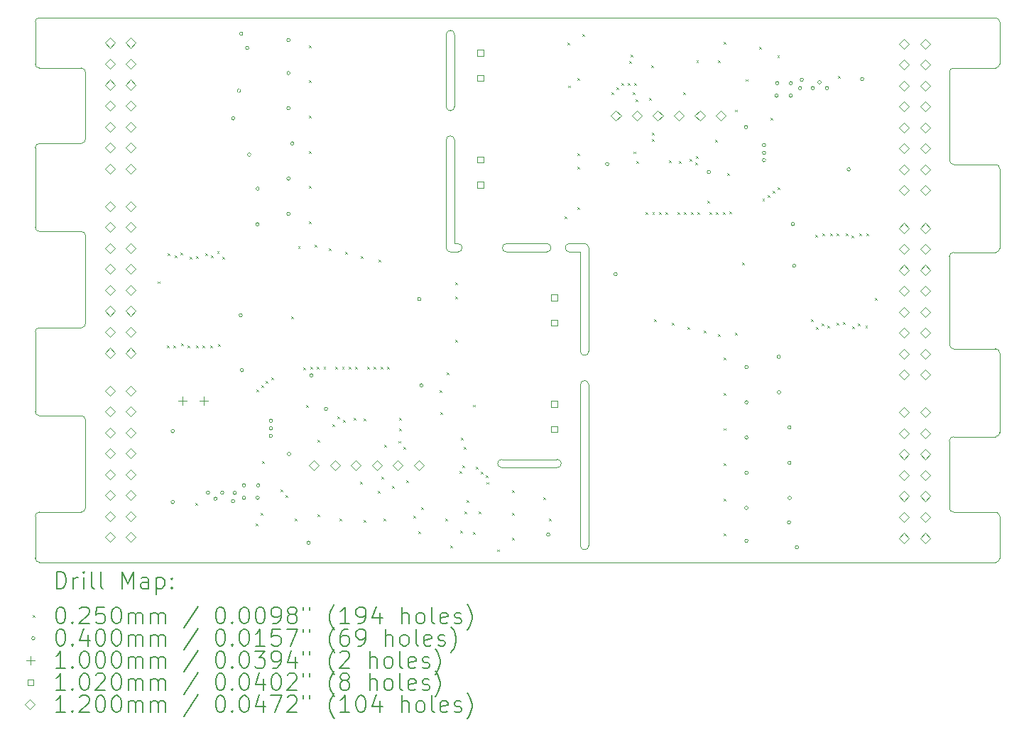
<source format=gbr>
%TF.GenerationSoftware,KiCad,Pcbnew,(6.0.9)*%
%TF.CreationDate,2023-03-24T10:37:22+01:00*%
%TF.ProjectId,bms_monitor,626d735f-6d6f-46e6-9974-6f722e6b6963,rev?*%
%TF.SameCoordinates,Original*%
%TF.FileFunction,Drillmap*%
%TF.FilePolarity,Positive*%
%FSLAX45Y45*%
G04 Gerber Fmt 4.5, Leading zero omitted, Abs format (unit mm)*
G04 Created by KiCad (PCBNEW (6.0.9)) date 2023-03-24 10:37:22*
%MOMM*%
%LPD*%
G01*
G04 APERTURE LIST*
%ADD10C,0.050000*%
%ADD11C,0.200000*%
%ADD12C,0.025000*%
%ADD13C,0.040000*%
%ADD14C,0.100000*%
%ADD15C,0.102000*%
%ADD16C,0.120000*%
G04 APERTURE END LIST*
D10*
X8000000Y-8700000D02*
X8000000Y-7750000D01*
X8000000Y-6750000D02*
G75*
G03*
X8050000Y-6800000I50000J0D01*
G01*
X8600000Y-6850000D02*
X8600000Y-7650000D01*
X14600000Y-10580000D02*
G75*
G03*
X14500000Y-10580000I-50000J0D01*
G01*
X18950000Y-11200000D02*
G75*
G03*
X18900000Y-11250000I0J-50000D01*
G01*
X8550000Y-9900000D02*
G75*
G03*
X8600000Y-9850000I0J50000D01*
G01*
X13000000Y-6400000D02*
G75*
G03*
X12900000Y-6400000I-50000J0D01*
G01*
X8600000Y-6850000D02*
G75*
G03*
X8550000Y-6800000I-50000J0D01*
G01*
X19450000Y-10150000D02*
X18950000Y-10150000D01*
X8600000Y-8800000D02*
G75*
G03*
X8550000Y-8750000I-50000J0D01*
G01*
X8000000Y-12650000D02*
X8000000Y-12150000D01*
X13564000Y-11570000D02*
X14222500Y-11570000D01*
X14100000Y-8995000D02*
X13620000Y-8995000D01*
X19450000Y-9000000D02*
G75*
G03*
X19500000Y-8950000I0J50000D01*
G01*
X13564000Y-11470000D02*
G75*
G03*
X13564000Y-11570000I0J-50000D01*
G01*
X8000000Y-6750000D02*
X8000000Y-6250000D01*
X18950000Y-6800000D02*
G75*
G03*
X18900000Y-6850000I0J-50000D01*
G01*
X19450000Y-6800000D02*
G75*
G03*
X19500000Y-6750000I0J50000D01*
G01*
X13000000Y-8895000D02*
X13040000Y-8895000D01*
X8600000Y-11000000D02*
G75*
G03*
X8550000Y-10950000I-50000J0D01*
G01*
X14222500Y-11470000D02*
X13564000Y-11470000D01*
X19500000Y-10200000D02*
G75*
G03*
X19450000Y-10150000I-50000J0D01*
G01*
X13040000Y-8995000D02*
X12950000Y-8995000D01*
X14600000Y-12500000D02*
X14600000Y-10580000D01*
X19450000Y-12700000D02*
X8050000Y-12700000D01*
X14370000Y-8895000D02*
G75*
G03*
X14370000Y-8995000I0J-50000D01*
G01*
X19500000Y-10200000D02*
X19500000Y-11150000D01*
X8050000Y-9900000D02*
G75*
G03*
X8000000Y-9950000I0J-50000D01*
G01*
X19500000Y-6250000D02*
X19500000Y-6750000D01*
X19450000Y-9000000D02*
X18950000Y-9000000D01*
X13040000Y-8995000D02*
G75*
G03*
X13040000Y-8895000I0J50000D01*
G01*
X8050000Y-8750000D02*
X8550000Y-8750000D01*
X8550000Y-7700000D02*
G75*
G03*
X8600000Y-7650000I0J50000D01*
G01*
X13000000Y-7660000D02*
G75*
G03*
X12900000Y-7660000I-50000J0D01*
G01*
X14370000Y-8895000D02*
X14550000Y-8895000D01*
X14600000Y-8945000D02*
G75*
G03*
X14550000Y-8895000I-50000J0D01*
G01*
X12900000Y-8945000D02*
G75*
G03*
X12950000Y-8995000I50000J0D01*
G01*
X8000000Y-12650000D02*
G75*
G03*
X8050000Y-12700000I50000J0D01*
G01*
X8050000Y-7700000D02*
G75*
G03*
X8000000Y-7750000I0J-50000D01*
G01*
X14500000Y-8995000D02*
X14500000Y-10180000D01*
X12900000Y-8945000D02*
X12900000Y-7660000D01*
X18900000Y-12050000D02*
G75*
G03*
X18950000Y-12100000I50000J0D01*
G01*
X19500000Y-12150000D02*
X19500000Y-12650000D01*
X8000000Y-8700000D02*
G75*
G03*
X8050000Y-8750000I50000J0D01*
G01*
X8550000Y-12100000D02*
G75*
G03*
X8600000Y-12050000I0J50000D01*
G01*
X12900000Y-7260000D02*
X12900000Y-6400000D01*
X19500000Y-8000000D02*
G75*
G03*
X19450000Y-7950000I-50000J0D01*
G01*
X14222500Y-11570000D02*
G75*
G03*
X14222500Y-11470000I0J50000D01*
G01*
X18900000Y-10100000D02*
G75*
G03*
X18950000Y-10150000I50000J0D01*
G01*
X13620000Y-8895000D02*
G75*
G03*
X13620000Y-8995000I0J-50000D01*
G01*
X8000000Y-10900000D02*
G75*
G03*
X8050000Y-10950000I50000J0D01*
G01*
X8050000Y-6800000D02*
X8550000Y-6800000D01*
X13000000Y-7660000D02*
X13000000Y-8895000D01*
X19500000Y-6250000D02*
G75*
G03*
X19450000Y-6200000I-50000J0D01*
G01*
X18900000Y-7900000D02*
X18900000Y-6850000D01*
X14600000Y-10180000D02*
X14600000Y-8945000D01*
X14100000Y-8995000D02*
G75*
G03*
X14100000Y-8895000I0J50000D01*
G01*
X14500000Y-12500000D02*
G75*
G03*
X14600000Y-12500000I50000J0D01*
G01*
X12900000Y-7260000D02*
G75*
G03*
X13000000Y-7260000I50000J0D01*
G01*
X19450000Y-12700000D02*
G75*
G03*
X19500000Y-12650000I0J50000D01*
G01*
X14500000Y-8995000D02*
X14370000Y-8995000D01*
X19450000Y-11200000D02*
G75*
G03*
X19500000Y-11150000I0J50000D01*
G01*
X8050000Y-9900000D02*
X8550000Y-9900000D01*
X14500000Y-10180000D02*
G75*
G03*
X14600000Y-10180000I50000J0D01*
G01*
X13000000Y-6400000D02*
X13000000Y-7260000D01*
X19450000Y-12100000D02*
X18950000Y-12100000D01*
X18900000Y-7900000D02*
G75*
G03*
X18950000Y-7950000I50000J0D01*
G01*
X13620000Y-8895000D02*
X14100000Y-8895000D01*
X8050000Y-12100000D02*
G75*
G03*
X8000000Y-12150000I0J-50000D01*
G01*
X14500000Y-10580000D02*
X14500000Y-12500000D01*
X18900000Y-10100000D02*
X18900000Y-9050000D01*
X8000000Y-10900000D02*
X8000000Y-9950000D01*
X8050000Y-7700000D02*
X8550000Y-7700000D01*
X8600000Y-8800000D02*
X8600000Y-9850000D01*
X19500000Y-8000000D02*
X19500000Y-8950000D01*
X18900000Y-12050000D02*
X18900000Y-11250000D01*
X19450000Y-11200000D02*
X18950000Y-11200000D01*
X8550000Y-12100000D02*
X8050000Y-12100000D01*
X18950000Y-6800000D02*
X19450000Y-6800000D01*
X8050000Y-10950000D02*
X8550000Y-10950000D01*
X19500000Y-12150000D02*
G75*
G03*
X19450000Y-12100000I-50000J0D01*
G01*
X8050000Y-6200000D02*
X19450000Y-6200000D01*
X8600000Y-11000000D02*
X8600000Y-12050000D01*
X18950000Y-9000000D02*
G75*
G03*
X18900000Y-9050000I0J-50000D01*
G01*
X19450000Y-7950000D02*
X18950000Y-7950000D01*
X8050000Y-6200000D02*
G75*
G03*
X8000000Y-6250000I0J-50000D01*
G01*
D11*
D12*
X9460000Y-9345000D02*
X9485000Y-9370000D01*
X9485000Y-9345000D02*
X9460000Y-9370000D01*
X9567500Y-10107500D02*
X9592500Y-10132500D01*
X9592500Y-10107500D02*
X9567500Y-10132500D01*
X9577500Y-9007500D02*
X9602500Y-9032500D01*
X9602500Y-9007500D02*
X9577500Y-9032500D01*
X9649891Y-10109891D02*
X9674891Y-10134891D01*
X9674891Y-10109891D02*
X9649891Y-10134891D01*
X9662500Y-9032500D02*
X9687500Y-9057500D01*
X9687500Y-9032500D02*
X9662500Y-9057500D01*
X9732500Y-9002500D02*
X9757500Y-9027500D01*
X9757500Y-9002500D02*
X9732500Y-9027500D01*
X9739891Y-10089891D02*
X9764891Y-10114891D01*
X9764891Y-10089891D02*
X9739891Y-10114891D01*
X9812422Y-10108782D02*
X9837422Y-10133782D01*
X9837422Y-10108782D02*
X9812422Y-10133782D01*
X9842500Y-9052500D02*
X9867500Y-9077500D01*
X9867500Y-9052500D02*
X9842500Y-9077500D01*
X9907500Y-11987500D02*
X9932500Y-12012500D01*
X9932500Y-11987500D02*
X9907500Y-12012500D01*
X9917500Y-9047500D02*
X9942500Y-9072500D01*
X9942500Y-9047500D02*
X9917500Y-9072500D01*
X9917500Y-10107500D02*
X9942500Y-10132500D01*
X9942500Y-10107500D02*
X9917500Y-10132500D01*
X9997500Y-10107500D02*
X10022500Y-10132500D01*
X10022500Y-10107500D02*
X9997500Y-10132500D01*
X10027500Y-9007500D02*
X10052500Y-9032500D01*
X10052500Y-9007500D02*
X10027500Y-9032500D01*
X10087500Y-10107500D02*
X10112500Y-10132500D01*
X10112500Y-10107500D02*
X10087500Y-10132500D01*
X10097500Y-9037500D02*
X10122500Y-9062500D01*
X10122500Y-9037500D02*
X10097500Y-9062500D01*
X10167450Y-8985557D02*
X10192450Y-9010557D01*
X10192450Y-8985557D02*
X10167450Y-9010557D01*
X10177500Y-10097500D02*
X10202500Y-10122500D01*
X10202500Y-10097500D02*
X10177500Y-10122500D01*
X10232450Y-9050910D02*
X10257450Y-9075910D01*
X10257450Y-9050910D02*
X10232450Y-9075910D01*
X10627535Y-12237465D02*
X10652535Y-12262465D01*
X10652535Y-12237465D02*
X10627535Y-12262465D01*
X10640752Y-10636014D02*
X10665752Y-10661014D01*
X10665752Y-10636014D02*
X10640752Y-10661014D01*
X10687930Y-12105587D02*
X10712930Y-12130587D01*
X10712930Y-12105587D02*
X10687930Y-12130587D01*
X10693080Y-10582355D02*
X10718080Y-10607355D01*
X10718080Y-10582355D02*
X10693080Y-10607355D01*
X10707500Y-11487500D02*
X10732500Y-11512500D01*
X10732500Y-11487500D02*
X10707500Y-11512500D01*
X10750980Y-10534620D02*
X10775980Y-10559620D01*
X10775980Y-10534620D02*
X10750980Y-10559620D01*
X10811549Y-10489315D02*
X10836549Y-10514315D01*
X10836549Y-10489315D02*
X10811549Y-10514315D01*
X10925550Y-11833650D02*
X10950550Y-11858650D01*
X10950550Y-11833650D02*
X10925550Y-11858650D01*
X10985500Y-11900100D02*
X11010500Y-11925100D01*
X11010500Y-11900100D02*
X10985500Y-11925100D01*
X11049891Y-9765109D02*
X11074891Y-9790109D01*
X11074891Y-9765109D02*
X11049891Y-9790109D01*
X11097460Y-12179500D02*
X11122460Y-12204500D01*
X11122460Y-12179500D02*
X11097460Y-12204500D01*
X11132550Y-8927500D02*
X11157550Y-8952500D01*
X11157550Y-8927500D02*
X11132550Y-8952500D01*
X11195367Y-10370149D02*
X11220367Y-10395149D01*
X11220367Y-10370149D02*
X11195367Y-10395149D01*
X11232223Y-10819184D02*
X11257223Y-10844184D01*
X11257223Y-10819184D02*
X11232223Y-10844184D01*
X11267500Y-6527500D02*
X11292500Y-6552500D01*
X11292500Y-6527500D02*
X11267500Y-6552500D01*
X11267500Y-6947500D02*
X11292500Y-6972500D01*
X11292500Y-6947500D02*
X11267500Y-6972500D01*
X11267500Y-7367500D02*
X11292500Y-7392500D01*
X11292500Y-7367500D02*
X11267500Y-7392500D01*
X11267500Y-7787500D02*
X11292500Y-7812500D01*
X11292500Y-7787500D02*
X11267500Y-7812500D01*
X11267500Y-8207500D02*
X11292500Y-8232500D01*
X11292500Y-8207500D02*
X11267500Y-8232500D01*
X11267500Y-8627500D02*
X11292500Y-8652500D01*
X11292500Y-8627500D02*
X11267500Y-8652500D01*
X11277500Y-10367500D02*
X11302500Y-10392500D01*
X11302500Y-10367500D02*
X11277500Y-10392500D01*
X11334916Y-8907500D02*
X11359916Y-8932500D01*
X11359916Y-8907500D02*
X11334916Y-8932500D01*
X11357500Y-10367500D02*
X11382500Y-10392500D01*
X11382500Y-10367500D02*
X11357500Y-10392500D01*
X11361620Y-12128700D02*
X11386620Y-12153700D01*
X11386620Y-12128700D02*
X11361620Y-12153700D01*
X11361891Y-11234891D02*
X11386891Y-11259891D01*
X11386891Y-11234891D02*
X11361891Y-11259891D01*
X11437500Y-10367500D02*
X11462500Y-10392500D01*
X11462500Y-10367500D02*
X11437500Y-10392500D01*
X11499803Y-8952549D02*
X11524803Y-8977549D01*
X11524803Y-8952549D02*
X11499803Y-8977549D01*
X11544500Y-11050050D02*
X11569500Y-11075050D01*
X11569500Y-11050050D02*
X11544500Y-11075050D01*
X11577500Y-10367500D02*
X11602500Y-10392500D01*
X11602500Y-10367500D02*
X11577500Y-10392500D01*
X11605138Y-10955925D02*
X11630138Y-10980925D01*
X11630138Y-10955925D02*
X11605138Y-10980925D01*
X11625780Y-12179500D02*
X11650780Y-12204500D01*
X11650780Y-12179500D02*
X11625780Y-12204500D01*
X11657500Y-10367500D02*
X11682500Y-10392500D01*
X11682500Y-10367500D02*
X11657500Y-10392500D01*
X11672133Y-11000754D02*
X11697133Y-11025754D01*
X11697133Y-11000754D02*
X11672133Y-11025754D01*
X11694866Y-8997450D02*
X11719866Y-9022450D01*
X11719866Y-8997450D02*
X11694866Y-9022450D01*
X11737500Y-10367500D02*
X11762500Y-10392500D01*
X11762500Y-10367500D02*
X11737500Y-10392500D01*
X11797400Y-10974106D02*
X11822400Y-10999106D01*
X11822400Y-10974106D02*
X11797400Y-10999106D01*
X11817500Y-10367500D02*
X11842500Y-10392500D01*
X11842500Y-10367500D02*
X11817500Y-10392500D01*
X11869620Y-11737540D02*
X11894620Y-11762540D01*
X11894620Y-11737540D02*
X11869620Y-11762540D01*
X11884891Y-9042450D02*
X11909891Y-9067450D01*
X11909891Y-9042450D02*
X11884891Y-9067450D01*
X11915340Y-12194740D02*
X11940340Y-12219740D01*
X11940340Y-12194740D02*
X11915340Y-12219740D01*
X11919502Y-10979502D02*
X11944502Y-11004502D01*
X11944502Y-10979502D02*
X11919502Y-11004502D01*
X11957500Y-10367500D02*
X11982500Y-10392500D01*
X11982500Y-10367500D02*
X11957500Y-10392500D01*
X12037500Y-10367500D02*
X12062500Y-10392500D01*
X12062500Y-10367500D02*
X12037500Y-10392500D01*
X12082980Y-11845950D02*
X12107980Y-11870950D01*
X12107980Y-11845950D02*
X12082980Y-11870950D01*
X12096456Y-9087450D02*
X12121456Y-9112450D01*
X12121456Y-9087450D02*
X12096456Y-9112450D01*
X12117500Y-10367500D02*
X12142500Y-10392500D01*
X12142500Y-10367500D02*
X12117500Y-10392500D01*
X12123620Y-11676580D02*
X12148620Y-11701580D01*
X12148620Y-11676580D02*
X12123620Y-11701580D01*
X12149020Y-12177500D02*
X12174020Y-12202500D01*
X12174020Y-12177500D02*
X12149020Y-12202500D01*
X12157500Y-11294450D02*
X12182500Y-11319450D01*
X12182500Y-11294450D02*
X12157500Y-11319450D01*
X12197500Y-10367500D02*
X12222500Y-10392500D01*
X12222500Y-10367500D02*
X12197500Y-10392500D01*
X12250620Y-11785800D02*
X12275620Y-11810800D01*
X12275620Y-11785800D02*
X12250620Y-11810800D01*
X12333171Y-11249999D02*
X12358171Y-11274999D01*
X12358171Y-11249999D02*
X12333171Y-11274999D01*
X12336980Y-10975540D02*
X12361980Y-11000540D01*
X12361980Y-10975540D02*
X12336980Y-11000540D01*
X12336980Y-11102540D02*
X12361980Y-11127540D01*
X12361980Y-11102540D02*
X12336980Y-11127540D01*
X12392860Y-11320980D02*
X12417860Y-11345980D01*
X12417860Y-11320980D02*
X12392860Y-11345980D01*
X12421764Y-11722077D02*
X12446764Y-11747077D01*
X12446764Y-11722077D02*
X12421764Y-11747077D01*
X12508680Y-12140380D02*
X12533680Y-12165380D01*
X12533680Y-12140380D02*
X12508680Y-12165380D01*
X12570881Y-12331679D02*
X12595881Y-12356679D01*
X12595881Y-12331679D02*
X12570881Y-12356679D01*
X12598230Y-12038205D02*
X12623230Y-12063205D01*
X12623230Y-12038205D02*
X12598230Y-12063205D01*
X12820369Y-10641049D02*
X12845369Y-10666049D01*
X12845369Y-10641049D02*
X12820369Y-10666049D01*
X12829950Y-10909500D02*
X12854950Y-10934500D01*
X12854950Y-10909500D02*
X12829950Y-10934500D01*
X12892097Y-12179597D02*
X12917097Y-12204597D01*
X12917097Y-12179597D02*
X12892097Y-12204597D01*
X12902550Y-10431440D02*
X12927550Y-10456440D01*
X12927550Y-10431440D02*
X12902550Y-10456440D01*
X12946542Y-12499502D02*
X12971542Y-12524502D01*
X12971542Y-12499502D02*
X12946542Y-12524502D01*
X13007500Y-10043220D02*
X13032500Y-10068220D01*
X13032500Y-10043220D02*
X13007500Y-10068220D01*
X13008500Y-9358500D02*
X13033500Y-9383500D01*
X13033500Y-9358500D02*
X13008500Y-9383500D01*
X13008500Y-9524150D02*
X13033500Y-9549150D01*
X13033500Y-9524150D02*
X13008500Y-9549150D01*
X13054918Y-11610898D02*
X13079918Y-11635898D01*
X13079918Y-11610898D02*
X13054918Y-11635898D01*
X13069700Y-12320540D02*
X13094700Y-12345540D01*
X13094700Y-12320540D02*
X13069700Y-12345540D01*
X13077137Y-11209220D02*
X13102137Y-11234220D01*
X13102137Y-11209220D02*
X13077137Y-11234220D01*
X13089643Y-11544477D02*
X13114643Y-11569477D01*
X13114643Y-11544477D02*
X13089643Y-11569477D01*
X13109140Y-11320980D02*
X13134140Y-11345980D01*
X13134140Y-11320980D02*
X13109140Y-11345980D01*
X13118000Y-12093140D02*
X13143000Y-12118140D01*
X13143000Y-12093140D02*
X13118000Y-12118140D01*
X13144700Y-11959220D02*
X13169700Y-11984220D01*
X13169700Y-11959220D02*
X13144700Y-11984220D01*
X13215820Y-10818060D02*
X13240820Y-10843060D01*
X13240820Y-10818060D02*
X13215820Y-10843060D01*
X13217340Y-12339158D02*
X13242340Y-12364158D01*
X13242340Y-12339158D02*
X13217340Y-12364158D01*
X13249915Y-11556862D02*
X13274915Y-11581862D01*
X13274915Y-11556862D02*
X13249915Y-11581862D01*
X13286940Y-12093140D02*
X13311940Y-12118140D01*
X13311940Y-12093140D02*
X13286940Y-12118140D01*
X13309915Y-11616812D02*
X13334915Y-11641812D01*
X13334915Y-11616812D02*
X13309915Y-11641812D01*
X13374865Y-11662244D02*
X13399865Y-11687244D01*
X13399865Y-11662244D02*
X13374865Y-11687244D01*
X13379650Y-11741162D02*
X13404650Y-11766162D01*
X13404650Y-11741162D02*
X13379650Y-11766162D01*
X13505380Y-12545260D02*
X13530380Y-12570260D01*
X13530380Y-12545260D02*
X13505380Y-12570260D01*
X13683180Y-11839140D02*
X13708180Y-11864140D01*
X13708180Y-11839140D02*
X13683180Y-11864140D01*
X13683180Y-12107370D02*
X13708180Y-12132370D01*
X13708180Y-12107370D02*
X13683180Y-12132370D01*
X13688260Y-12403020D02*
X13713260Y-12428020D01*
X13713260Y-12403020D02*
X13688260Y-12428020D01*
X14060190Y-11920420D02*
X14085190Y-11945420D01*
X14085190Y-11920420D02*
X14060190Y-11945420D01*
X14125140Y-12174420D02*
X14150140Y-12199420D01*
X14150140Y-12174420D02*
X14125140Y-12199420D01*
X14310550Y-8567500D02*
X14335550Y-8592500D01*
X14335550Y-8567500D02*
X14310550Y-8592500D01*
X14348660Y-6494980D02*
X14373660Y-6519980D01*
X14373660Y-6494980D02*
X14348660Y-6519980D01*
X14353740Y-7008060D02*
X14378740Y-7033060D01*
X14378740Y-7008060D02*
X14353740Y-7033060D01*
X14467500Y-6917500D02*
X14492500Y-6942500D01*
X14492500Y-6917500D02*
X14467500Y-6942500D01*
X14467500Y-7817500D02*
X14492500Y-7842500D01*
X14492500Y-7817500D02*
X14467500Y-7842500D01*
X14467500Y-7977500D02*
X14492500Y-8002500D01*
X14492500Y-7977500D02*
X14467500Y-8002500D01*
X14467500Y-8457500D02*
X14492500Y-8482500D01*
X14492500Y-8457500D02*
X14467500Y-8482500D01*
X14526053Y-6390650D02*
X14551053Y-6415650D01*
X14551053Y-6390650D02*
X14526053Y-6415650D01*
X14869334Y-7092550D02*
X14894334Y-7117550D01*
X14894334Y-7092550D02*
X14869334Y-7117550D01*
X14929334Y-7032600D02*
X14954334Y-7057600D01*
X14954334Y-7032600D02*
X14929334Y-7057600D01*
X14988740Y-6980000D02*
X15013740Y-7005000D01*
X15013740Y-6980000D02*
X14988740Y-7005000D01*
X15063626Y-6976898D02*
X15088626Y-7001898D01*
X15088626Y-6976898D02*
X15063626Y-7001898D01*
X15078581Y-6713929D02*
X15103581Y-6738929D01*
X15103581Y-6713929D02*
X15078581Y-6738929D01*
X15099970Y-6637450D02*
X15124970Y-6662450D01*
X15124970Y-6637450D02*
X15099970Y-6662450D01*
X15123360Y-7089340D02*
X15148360Y-7114340D01*
X15148360Y-7089340D02*
X15123360Y-7114340D01*
X15136060Y-7795460D02*
X15161060Y-7820460D01*
X15161060Y-7795460D02*
X15136060Y-7820460D01*
X15142786Y-6982520D02*
X15167786Y-7007520D01*
X15167786Y-6982520D02*
X15142786Y-7007520D01*
X15156499Y-7169330D02*
X15181499Y-7194330D01*
X15181499Y-7169330D02*
X15156499Y-7194330D01*
X15166945Y-7909355D02*
X15191945Y-7934355D01*
X15191945Y-7909355D02*
X15166945Y-7934355D01*
X15277500Y-8517500D02*
X15302500Y-8542500D01*
X15302500Y-8517500D02*
X15277500Y-8542500D01*
X15316200Y-7152640D02*
X15341200Y-7177640D01*
X15341200Y-7152640D02*
X15316200Y-7177640D01*
X15346880Y-6764220D02*
X15371880Y-6789220D01*
X15371880Y-6764220D02*
X15346880Y-6789220D01*
X15349420Y-7569400D02*
X15374420Y-7594400D01*
X15374420Y-7569400D02*
X15349420Y-7594400D01*
X15349420Y-7646730D02*
X15374420Y-7671730D01*
X15374420Y-7646730D02*
X15349420Y-7671730D01*
X15357500Y-8517500D02*
X15382500Y-8542500D01*
X15382500Y-8517500D02*
X15357500Y-8542500D01*
X15378544Y-9797550D02*
X15403544Y-9822550D01*
X15403544Y-9797550D02*
X15378544Y-9822550D01*
X15437500Y-8517500D02*
X15462500Y-8542500D01*
X15462500Y-8517500D02*
X15437500Y-8542500D01*
X15517500Y-8517500D02*
X15542500Y-8542500D01*
X15542500Y-8517500D02*
X15517500Y-8542500D01*
X15555498Y-7905498D02*
X15580498Y-7930498D01*
X15580498Y-7905498D02*
X15555498Y-7930498D01*
X15590109Y-9842550D02*
X15615109Y-9867550D01*
X15615109Y-9842550D02*
X15590109Y-9867550D01*
X15657500Y-8517500D02*
X15682500Y-8542500D01*
X15682500Y-8517500D02*
X15657500Y-8542500D01*
X15677600Y-7910894D02*
X15702600Y-7935894D01*
X15702600Y-7910894D02*
X15677600Y-7935894D01*
X15725138Y-7092690D02*
X15750138Y-7117690D01*
X15750138Y-7092690D02*
X15725138Y-7117690D01*
X15737500Y-8517500D02*
X15762500Y-8542500D01*
X15762500Y-8517500D02*
X15737500Y-8542500D01*
X15780134Y-9887550D02*
X15805134Y-9912550D01*
X15805134Y-9887550D02*
X15780134Y-9912550D01*
X15802867Y-7884246D02*
X15827867Y-7909246D01*
X15827867Y-7884246D02*
X15802867Y-7909246D01*
X15817500Y-8517500D02*
X15842500Y-8542500D01*
X15842500Y-8517500D02*
X15817500Y-8542500D01*
X15869862Y-7929075D02*
X15894862Y-7954075D01*
X15894862Y-7929075D02*
X15869862Y-7954075D01*
X15877063Y-7847500D02*
X15902063Y-7872500D01*
X15902063Y-7847500D02*
X15877063Y-7872500D01*
X15882550Y-6707500D02*
X15907550Y-6732500D01*
X15907550Y-6707500D02*
X15882550Y-6732500D01*
X15897500Y-8517500D02*
X15922500Y-8542500D01*
X15922500Y-8517500D02*
X15897500Y-8542500D01*
X15975197Y-9932451D02*
X16000197Y-9957451D01*
X16000197Y-9932451D02*
X15975197Y-9957451D01*
X16017500Y-8387500D02*
X16042500Y-8412500D01*
X16042500Y-8387500D02*
X16017500Y-8412500D01*
X16037500Y-8517500D02*
X16062500Y-8542500D01*
X16062500Y-8517500D02*
X16037500Y-8542500D01*
X16106340Y-7655050D02*
X16131340Y-7680050D01*
X16131340Y-7655050D02*
X16106340Y-7680050D01*
X16117500Y-8517500D02*
X16142500Y-8542500D01*
X16142500Y-8517500D02*
X16117500Y-8542500D01*
X16140084Y-9977500D02*
X16165084Y-10002500D01*
X16165084Y-9977500D02*
X16140084Y-10002500D01*
X16141060Y-6707500D02*
X16166060Y-6732500D01*
X16166060Y-6707500D02*
X16141060Y-6732500D01*
X16197500Y-8517500D02*
X16222500Y-8542500D01*
X16222500Y-8517500D02*
X16197500Y-8542500D01*
X16207500Y-6487500D02*
X16232500Y-6512500D01*
X16232500Y-6487500D02*
X16207500Y-6512500D01*
X16207500Y-10257500D02*
X16232500Y-10282500D01*
X16232500Y-10257500D02*
X16207500Y-10282500D01*
X16207500Y-10677500D02*
X16232500Y-10702500D01*
X16232500Y-10677500D02*
X16207500Y-10702500D01*
X16207500Y-11097500D02*
X16232500Y-11122500D01*
X16232500Y-11097500D02*
X16207500Y-11122500D01*
X16207500Y-11517500D02*
X16232500Y-11542500D01*
X16232500Y-11517500D02*
X16207500Y-11542500D01*
X16207500Y-11937500D02*
X16232500Y-11962500D01*
X16232500Y-11937500D02*
X16207500Y-11962500D01*
X16207500Y-12357500D02*
X16232500Y-12382500D01*
X16232500Y-12357500D02*
X16207500Y-12382500D01*
X16247500Y-8057500D02*
X16272500Y-8082500D01*
X16272500Y-8057500D02*
X16247500Y-8082500D01*
X16279633Y-8514851D02*
X16304633Y-8539851D01*
X16304633Y-8514851D02*
X16279633Y-8539851D01*
X16342450Y-9957500D02*
X16367450Y-9982500D01*
X16367450Y-9957500D02*
X16342450Y-9982500D01*
X16342500Y-7296192D02*
X16367500Y-7321192D01*
X16367500Y-7296192D02*
X16342500Y-7321192D01*
X16425109Y-9119891D02*
X16450109Y-9144891D01*
X16450109Y-9119891D02*
X16425109Y-9144891D01*
X16472100Y-6931860D02*
X16497100Y-6956860D01*
X16497100Y-6931860D02*
X16472100Y-6956860D01*
X16631300Y-6547500D02*
X16656300Y-6572500D01*
X16656300Y-6547500D02*
X16631300Y-6572500D01*
X16669780Y-8359780D02*
X16694780Y-8384780D01*
X16694780Y-8359780D02*
X16669780Y-8384780D01*
X16736260Y-8313620D02*
X16761260Y-8338620D01*
X16761260Y-8313620D02*
X16736260Y-8338620D01*
X16767500Y-7397500D02*
X16792500Y-7422500D01*
X16792500Y-7397500D02*
X16767500Y-7422500D01*
X16796533Y-8269070D02*
X16821533Y-8294070D01*
X16821533Y-8269070D02*
X16796533Y-8294070D01*
X16847465Y-6647535D02*
X16872465Y-6672535D01*
X16872465Y-6647535D02*
X16847465Y-6672535D01*
X16855303Y-8222555D02*
X16880303Y-8247555D01*
X16880303Y-8222555D02*
X16855303Y-8247555D01*
X17247810Y-9797098D02*
X17272810Y-9822098D01*
X17272810Y-9797098D02*
X17247810Y-9822098D01*
X17297500Y-8787500D02*
X17322500Y-8812500D01*
X17322500Y-8787500D02*
X17297500Y-8812500D01*
X17307550Y-9887459D02*
X17332550Y-9912459D01*
X17332550Y-9887459D02*
X17307550Y-9912459D01*
X17377500Y-9847500D02*
X17402500Y-9872500D01*
X17402500Y-9847500D02*
X17377500Y-9872500D01*
X17387500Y-8777500D02*
X17412500Y-8802500D01*
X17412500Y-8777500D02*
X17387500Y-8802500D01*
X17447500Y-9877500D02*
X17472500Y-9902500D01*
X17472500Y-9877500D02*
X17447500Y-9902500D01*
X17477500Y-8777500D02*
X17502500Y-8802500D01*
X17502500Y-8777500D02*
X17477500Y-8802500D01*
X17557500Y-8777500D02*
X17582500Y-8802500D01*
X17582500Y-8777500D02*
X17557500Y-8802500D01*
X17557500Y-9837500D02*
X17582500Y-9862500D01*
X17582500Y-9837500D02*
X17557500Y-9862500D01*
X17567500Y-6897500D02*
X17592500Y-6922500D01*
X17592500Y-6897500D02*
X17567500Y-6922500D01*
X17632500Y-9832500D02*
X17657500Y-9857500D01*
X17657500Y-9832500D02*
X17632500Y-9857500D01*
X17662578Y-8776218D02*
X17687578Y-8801218D01*
X17687578Y-8776218D02*
X17662578Y-8801218D01*
X17735109Y-8795109D02*
X17760109Y-8820109D01*
X17760109Y-8795109D02*
X17735109Y-8820109D01*
X17742500Y-9882500D02*
X17767500Y-9907500D01*
X17767500Y-9882500D02*
X17742500Y-9907500D01*
X17812500Y-9852500D02*
X17837500Y-9877500D01*
X17837500Y-9852500D02*
X17812500Y-9877500D01*
X17825109Y-8775109D02*
X17850109Y-8800109D01*
X17850109Y-8775109D02*
X17825109Y-8800109D01*
X17897500Y-9877500D02*
X17922500Y-9902500D01*
X17922500Y-9877500D02*
X17897500Y-9902500D01*
X17907500Y-8777500D02*
X17932500Y-8802500D01*
X17932500Y-8777500D02*
X17907500Y-8802500D01*
X18015000Y-9540000D02*
X18040000Y-9565000D01*
X18040000Y-9540000D02*
X18015000Y-9565000D01*
D13*
X9660000Y-11133520D02*
G75*
G03*
X9660000Y-11133520I-20000J0D01*
G01*
X9660000Y-11980000D02*
G75*
G03*
X9660000Y-11980000I-20000J0D01*
G01*
X10080000Y-11870000D02*
G75*
G03*
X10080000Y-11870000I-20000J0D01*
G01*
X10170000Y-11940000D02*
G75*
G03*
X10170000Y-11940000I-20000J0D01*
G01*
X10250000Y-11870000D02*
G75*
G03*
X10250000Y-11870000I-20000J0D01*
G01*
X10380000Y-7400000D02*
G75*
G03*
X10380000Y-7400000I-20000J0D01*
G01*
X10380000Y-11970000D02*
G75*
G03*
X10380000Y-11970000I-20000J0D01*
G01*
X10400000Y-11870000D02*
G75*
G03*
X10400000Y-11870000I-20000J0D01*
G01*
X10449240Y-7071360D02*
G75*
G03*
X10449240Y-7071360I-20000J0D01*
G01*
X10470050Y-9750000D02*
G75*
G03*
X10470050Y-9750000I-20000J0D01*
G01*
X10475280Y-6390000D02*
G75*
G03*
X10475280Y-6390000I-20000J0D01*
G01*
X10485000Y-10405040D02*
G75*
G03*
X10485000Y-10405040I-20000J0D01*
G01*
X10510000Y-11780000D02*
G75*
G03*
X10510000Y-11780000I-20000J0D01*
G01*
X10510000Y-11930000D02*
G75*
G03*
X10510000Y-11930000I-20000J0D01*
G01*
X10547480Y-6560000D02*
G75*
G03*
X10547480Y-6560000I-20000J0D01*
G01*
X10571160Y-7833360D02*
G75*
G03*
X10571160Y-7833360I-20000J0D01*
G01*
X10670390Y-8663770D02*
G75*
G03*
X10670390Y-8663770I-20000J0D01*
G01*
X10672450Y-11930000D02*
G75*
G03*
X10672450Y-11930000I-20000J0D01*
G01*
X10672520Y-8240000D02*
G75*
G03*
X10672520Y-8240000I-20000J0D01*
G01*
X10680000Y-11780000D02*
G75*
G03*
X10680000Y-11780000I-20000J0D01*
G01*
X10830000Y-11010000D02*
G75*
G03*
X10830000Y-11010000I-20000J0D01*
G01*
X10830000Y-11100000D02*
G75*
G03*
X10830000Y-11100000I-20000J0D01*
G01*
X10830000Y-11190000D02*
G75*
G03*
X10830000Y-11190000I-20000J0D01*
G01*
X11040000Y-6467550D02*
G75*
G03*
X11040000Y-6467550I-20000J0D01*
G01*
X11040000Y-6860000D02*
G75*
G03*
X11040000Y-6860000I-20000J0D01*
G01*
X11040000Y-7280000D02*
G75*
G03*
X11040000Y-7280000I-20000J0D01*
G01*
X11040000Y-8120000D02*
G75*
G03*
X11040000Y-8120000I-20000J0D01*
G01*
X11040000Y-8540000D02*
G75*
G03*
X11040000Y-8540000I-20000J0D01*
G01*
X11045893Y-11405893D02*
G75*
G03*
X11045893Y-11405893I-20000J0D01*
G01*
X11086000Y-7700000D02*
G75*
G03*
X11086000Y-7700000I-20000J0D01*
G01*
X11278680Y-12466370D02*
G75*
G03*
X11278680Y-12466370I-20000J0D01*
G01*
X11312927Y-10467401D02*
G75*
G03*
X11312927Y-10467401I-20000J0D01*
G01*
X11487831Y-10867420D02*
G75*
G03*
X11487831Y-10867420I-20000J0D01*
G01*
X12600000Y-9557400D02*
G75*
G03*
X12600000Y-9557400I-20000J0D01*
G01*
X12623480Y-10586720D02*
G75*
G03*
X12623480Y-10586720I-20000J0D01*
G01*
X14137320Y-12369800D02*
G75*
G03*
X14137320Y-12369800I-20000J0D01*
G01*
X14839950Y-7945120D02*
G75*
G03*
X14839950Y-7945120I-20000J0D01*
G01*
X14940000Y-9260000D02*
G75*
G03*
X14940000Y-9260000I-20000J0D01*
G01*
X16052169Y-8042580D02*
G75*
G03*
X16052169Y-8042580I-20000J0D01*
G01*
X16494107Y-7504107D02*
G75*
G03*
X16494107Y-7504107I-20000J0D01*
G01*
X16500000Y-10370000D02*
G75*
G03*
X16500000Y-10370000I-20000J0D01*
G01*
X16500000Y-10790000D02*
G75*
G03*
X16500000Y-10790000I-20000J0D01*
G01*
X16500000Y-11210000D02*
G75*
G03*
X16500000Y-11210000I-20000J0D01*
G01*
X16500000Y-11630000D02*
G75*
G03*
X16500000Y-11630000I-20000J0D01*
G01*
X16500000Y-12050000D02*
G75*
G03*
X16500000Y-12050000I-20000J0D01*
G01*
X16500000Y-12442450D02*
G75*
G03*
X16500000Y-12442450I-20000J0D01*
G01*
X16710000Y-7720000D02*
G75*
G03*
X16710000Y-7720000I-20000J0D01*
G01*
X16710000Y-7810000D02*
G75*
G03*
X16710000Y-7810000I-20000J0D01*
G01*
X16710000Y-7900000D02*
G75*
G03*
X16710000Y-7900000I-20000J0D01*
G01*
X16860000Y-7130000D02*
G75*
G03*
X16860000Y-7130000I-20000J0D01*
G01*
X16867550Y-6980000D02*
G75*
G03*
X16867550Y-6980000I-20000J0D01*
G01*
X16885600Y-10246230D02*
G75*
G03*
X16885600Y-10246230I-20000J0D01*
G01*
X16887600Y-10670000D02*
G75*
G03*
X16887600Y-10670000I-20000J0D01*
G01*
X17007520Y-12222480D02*
G75*
G03*
X17007520Y-12222480I-20000J0D01*
G01*
X17012600Y-11089640D02*
G75*
G03*
X17012600Y-11089640I-20000J0D01*
G01*
X17012600Y-11511280D02*
G75*
G03*
X17012600Y-11511280I-20000J0D01*
G01*
X17015520Y-11930000D02*
G75*
G03*
X17015520Y-11930000I-20000J0D01*
G01*
X17030000Y-6980000D02*
G75*
G03*
X17030000Y-6980000I-20000J0D01*
G01*
X17030000Y-7130000D02*
G75*
G03*
X17030000Y-7130000I-20000J0D01*
G01*
X17053240Y-8661400D02*
G75*
G03*
X17053240Y-8661400I-20000J0D01*
G01*
X17069950Y-9160000D02*
G75*
G03*
X17069950Y-9160000I-20000J0D01*
G01*
X17101200Y-12520050D02*
G75*
G03*
X17101200Y-12520050I-20000J0D01*
G01*
X17140000Y-7040000D02*
G75*
G03*
X17140000Y-7040000I-20000J0D01*
G01*
X17160000Y-6940000D02*
G75*
G03*
X17160000Y-6940000I-20000J0D01*
G01*
X17290000Y-7040000D02*
G75*
G03*
X17290000Y-7040000I-20000J0D01*
G01*
X17370000Y-6970000D02*
G75*
G03*
X17370000Y-6970000I-20000J0D01*
G01*
X17460000Y-7040000D02*
G75*
G03*
X17460000Y-7040000I-20000J0D01*
G01*
X17720000Y-8010000D02*
G75*
G03*
X17720000Y-8010000I-20000J0D01*
G01*
X17880000Y-6930000D02*
G75*
G03*
X17880000Y-6930000I-20000J0D01*
G01*
D14*
X9754100Y-10724680D02*
X9754100Y-10824680D01*
X9704100Y-10774680D02*
X9804100Y-10774680D01*
X10008100Y-10724680D02*
X10008100Y-10824680D01*
X9958100Y-10774680D02*
X10058100Y-10774680D01*
D15*
X13345663Y-7927563D02*
X13345663Y-7855437D01*
X13273537Y-7855437D01*
X13273537Y-7927563D01*
X13345663Y-7927563D01*
X13345663Y-8227563D02*
X13345663Y-8155437D01*
X13273537Y-8155437D01*
X13273537Y-8227563D01*
X13345663Y-8227563D01*
X13346063Y-6656063D02*
X13346063Y-6583937D01*
X13273937Y-6583937D01*
X13273937Y-6656063D01*
X13346063Y-6656063D01*
X13346063Y-6956063D02*
X13346063Y-6883937D01*
X13273937Y-6883937D01*
X13273937Y-6956063D01*
X13346063Y-6956063D01*
X14226063Y-9576063D02*
X14226063Y-9503937D01*
X14153937Y-9503937D01*
X14153937Y-9576063D01*
X14226063Y-9576063D01*
X14226063Y-9876063D02*
X14226063Y-9803937D01*
X14153937Y-9803937D01*
X14153937Y-9876063D01*
X14226063Y-9876063D01*
X14226063Y-10846303D02*
X14226063Y-10774177D01*
X14153937Y-10774177D01*
X14153937Y-10846303D01*
X14226063Y-10846303D01*
X14226063Y-11146303D02*
X14226063Y-11074177D01*
X14153937Y-11074177D01*
X14153937Y-11146303D01*
X14226063Y-11146303D01*
D16*
X8890000Y-6560000D02*
X8950000Y-6500000D01*
X8890000Y-6440000D01*
X8830000Y-6500000D01*
X8890000Y-6560000D01*
X8890000Y-6810000D02*
X8950000Y-6750000D01*
X8890000Y-6690000D01*
X8830000Y-6750000D01*
X8890000Y-6810000D01*
X8890000Y-7060000D02*
X8950000Y-7000000D01*
X8890000Y-6940000D01*
X8830000Y-7000000D01*
X8890000Y-7060000D01*
X8890000Y-7310000D02*
X8950000Y-7250000D01*
X8890000Y-7190000D01*
X8830000Y-7250000D01*
X8890000Y-7310000D01*
X8890000Y-7560000D02*
X8950000Y-7500000D01*
X8890000Y-7440000D01*
X8830000Y-7500000D01*
X8890000Y-7560000D01*
X8890000Y-7810000D02*
X8950000Y-7750000D01*
X8890000Y-7690000D01*
X8830000Y-7750000D01*
X8890000Y-7810000D01*
X8890000Y-8060000D02*
X8950000Y-8000000D01*
X8890000Y-7940000D01*
X8830000Y-8000000D01*
X8890000Y-8060000D01*
X8890000Y-8510000D02*
X8950000Y-8450000D01*
X8890000Y-8390000D01*
X8830000Y-8450000D01*
X8890000Y-8510000D01*
X8890000Y-8760000D02*
X8950000Y-8700000D01*
X8890000Y-8640000D01*
X8830000Y-8700000D01*
X8890000Y-8760000D01*
X8890000Y-9010000D02*
X8950000Y-8950000D01*
X8890000Y-8890000D01*
X8830000Y-8950000D01*
X8890000Y-9010000D01*
X8890000Y-9260000D02*
X8950000Y-9200000D01*
X8890000Y-9140000D01*
X8830000Y-9200000D01*
X8890000Y-9260000D01*
X8890000Y-9510000D02*
X8950000Y-9450000D01*
X8890000Y-9390000D01*
X8830000Y-9450000D01*
X8890000Y-9510000D01*
X8890000Y-9760000D02*
X8950000Y-9700000D01*
X8890000Y-9640000D01*
X8830000Y-9700000D01*
X8890000Y-9760000D01*
X8890000Y-10010000D02*
X8950000Y-9950000D01*
X8890000Y-9890000D01*
X8830000Y-9950000D01*
X8890000Y-10010000D01*
X8890000Y-10260000D02*
X8950000Y-10200000D01*
X8890000Y-10140000D01*
X8830000Y-10200000D01*
X8890000Y-10260000D01*
X8890000Y-10710000D02*
X8950000Y-10650000D01*
X8890000Y-10590000D01*
X8830000Y-10650000D01*
X8890000Y-10710000D01*
X8890000Y-10960000D02*
X8950000Y-10900000D01*
X8890000Y-10840000D01*
X8830000Y-10900000D01*
X8890000Y-10960000D01*
X8890000Y-11210000D02*
X8950000Y-11150000D01*
X8890000Y-11090000D01*
X8830000Y-11150000D01*
X8890000Y-11210000D01*
X8890000Y-11460000D02*
X8950000Y-11400000D01*
X8890000Y-11340000D01*
X8830000Y-11400000D01*
X8890000Y-11460000D01*
X8890000Y-11710000D02*
X8950000Y-11650000D01*
X8890000Y-11590000D01*
X8830000Y-11650000D01*
X8890000Y-11710000D01*
X8890000Y-11960000D02*
X8950000Y-11900000D01*
X8890000Y-11840000D01*
X8830000Y-11900000D01*
X8890000Y-11960000D01*
X8890000Y-12210000D02*
X8950000Y-12150000D01*
X8890000Y-12090000D01*
X8830000Y-12150000D01*
X8890000Y-12210000D01*
X8890000Y-12460000D02*
X8950000Y-12400000D01*
X8890000Y-12340000D01*
X8830000Y-12400000D01*
X8890000Y-12460000D01*
X9140000Y-6560000D02*
X9200000Y-6500000D01*
X9140000Y-6440000D01*
X9080000Y-6500000D01*
X9140000Y-6560000D01*
X9140000Y-6810000D02*
X9200000Y-6750000D01*
X9140000Y-6690000D01*
X9080000Y-6750000D01*
X9140000Y-6810000D01*
X9140000Y-7060000D02*
X9200000Y-7000000D01*
X9140000Y-6940000D01*
X9080000Y-7000000D01*
X9140000Y-7060000D01*
X9140000Y-7310000D02*
X9200000Y-7250000D01*
X9140000Y-7190000D01*
X9080000Y-7250000D01*
X9140000Y-7310000D01*
X9140000Y-7560000D02*
X9200000Y-7500000D01*
X9140000Y-7440000D01*
X9080000Y-7500000D01*
X9140000Y-7560000D01*
X9140000Y-7810000D02*
X9200000Y-7750000D01*
X9140000Y-7690000D01*
X9080000Y-7750000D01*
X9140000Y-7810000D01*
X9140000Y-8060000D02*
X9200000Y-8000000D01*
X9140000Y-7940000D01*
X9080000Y-8000000D01*
X9140000Y-8060000D01*
X9140000Y-8510000D02*
X9200000Y-8450000D01*
X9140000Y-8390000D01*
X9080000Y-8450000D01*
X9140000Y-8510000D01*
X9140000Y-8760000D02*
X9200000Y-8700000D01*
X9140000Y-8640000D01*
X9080000Y-8700000D01*
X9140000Y-8760000D01*
X9140000Y-9010000D02*
X9200000Y-8950000D01*
X9140000Y-8890000D01*
X9080000Y-8950000D01*
X9140000Y-9010000D01*
X9140000Y-9260000D02*
X9200000Y-9200000D01*
X9140000Y-9140000D01*
X9080000Y-9200000D01*
X9140000Y-9260000D01*
X9140000Y-9510000D02*
X9200000Y-9450000D01*
X9140000Y-9390000D01*
X9080000Y-9450000D01*
X9140000Y-9510000D01*
X9140000Y-9760000D02*
X9200000Y-9700000D01*
X9140000Y-9640000D01*
X9080000Y-9700000D01*
X9140000Y-9760000D01*
X9140000Y-10010000D02*
X9200000Y-9950000D01*
X9140000Y-9890000D01*
X9080000Y-9950000D01*
X9140000Y-10010000D01*
X9140000Y-10260000D02*
X9200000Y-10200000D01*
X9140000Y-10140000D01*
X9080000Y-10200000D01*
X9140000Y-10260000D01*
X9140000Y-10710000D02*
X9200000Y-10650000D01*
X9140000Y-10590000D01*
X9080000Y-10650000D01*
X9140000Y-10710000D01*
X9140000Y-10960000D02*
X9200000Y-10900000D01*
X9140000Y-10840000D01*
X9080000Y-10900000D01*
X9140000Y-10960000D01*
X9140000Y-11210000D02*
X9200000Y-11150000D01*
X9140000Y-11090000D01*
X9080000Y-11150000D01*
X9140000Y-11210000D01*
X9140000Y-11460000D02*
X9200000Y-11400000D01*
X9140000Y-11340000D01*
X9080000Y-11400000D01*
X9140000Y-11460000D01*
X9140000Y-11710000D02*
X9200000Y-11650000D01*
X9140000Y-11590000D01*
X9080000Y-11650000D01*
X9140000Y-11710000D01*
X9140000Y-11960000D02*
X9200000Y-11900000D01*
X9140000Y-11840000D01*
X9080000Y-11900000D01*
X9140000Y-11960000D01*
X9140000Y-12210000D02*
X9200000Y-12150000D01*
X9140000Y-12090000D01*
X9080000Y-12150000D01*
X9140000Y-12210000D01*
X9140000Y-12460000D02*
X9200000Y-12400000D01*
X9140000Y-12340000D01*
X9080000Y-12400000D01*
X9140000Y-12460000D01*
X11325000Y-11603000D02*
X11385000Y-11543000D01*
X11325000Y-11483000D01*
X11265000Y-11543000D01*
X11325000Y-11603000D01*
X11575000Y-11603000D02*
X11635000Y-11543000D01*
X11575000Y-11483000D01*
X11515000Y-11543000D01*
X11575000Y-11603000D01*
X11825000Y-11603000D02*
X11885000Y-11543000D01*
X11825000Y-11483000D01*
X11765000Y-11543000D01*
X11825000Y-11603000D01*
X12075000Y-11603000D02*
X12135000Y-11543000D01*
X12075000Y-11483000D01*
X12015000Y-11543000D01*
X12075000Y-11603000D01*
X12325000Y-11603000D02*
X12385000Y-11543000D01*
X12325000Y-11483000D01*
X12265000Y-11543000D01*
X12325000Y-11603000D01*
X12575000Y-11603000D02*
X12635000Y-11543000D01*
X12575000Y-11483000D01*
X12515000Y-11543000D01*
X12575000Y-11603000D01*
X14925000Y-7427000D02*
X14985000Y-7367000D01*
X14925000Y-7307000D01*
X14865000Y-7367000D01*
X14925000Y-7427000D01*
X15175000Y-7427000D02*
X15235000Y-7367000D01*
X15175000Y-7307000D01*
X15115000Y-7367000D01*
X15175000Y-7427000D01*
X15425000Y-7427000D02*
X15485000Y-7367000D01*
X15425000Y-7307000D01*
X15365000Y-7367000D01*
X15425000Y-7427000D01*
X15675000Y-7427000D02*
X15735000Y-7367000D01*
X15675000Y-7307000D01*
X15615000Y-7367000D01*
X15675000Y-7427000D01*
X15925000Y-7427000D02*
X15985000Y-7367000D01*
X15925000Y-7307000D01*
X15865000Y-7367000D01*
X15925000Y-7427000D01*
X16175000Y-7427000D02*
X16235000Y-7367000D01*
X16175000Y-7307000D01*
X16115000Y-7367000D01*
X16175000Y-7427000D01*
X18360000Y-6570000D02*
X18420000Y-6510000D01*
X18360000Y-6450000D01*
X18300000Y-6510000D01*
X18360000Y-6570000D01*
X18360000Y-6820000D02*
X18420000Y-6760000D01*
X18360000Y-6700000D01*
X18300000Y-6760000D01*
X18360000Y-6820000D01*
X18360000Y-7070000D02*
X18420000Y-7010000D01*
X18360000Y-6950000D01*
X18300000Y-7010000D01*
X18360000Y-7070000D01*
X18360000Y-7320000D02*
X18420000Y-7260000D01*
X18360000Y-7200000D01*
X18300000Y-7260000D01*
X18360000Y-7320000D01*
X18360000Y-7570000D02*
X18420000Y-7510000D01*
X18360000Y-7450000D01*
X18300000Y-7510000D01*
X18360000Y-7570000D01*
X18360000Y-7820000D02*
X18420000Y-7760000D01*
X18360000Y-7700000D01*
X18300000Y-7760000D01*
X18360000Y-7820000D01*
X18360000Y-8070000D02*
X18420000Y-8010000D01*
X18360000Y-7950000D01*
X18300000Y-8010000D01*
X18360000Y-8070000D01*
X18360000Y-8320000D02*
X18420000Y-8260000D01*
X18360000Y-8200000D01*
X18300000Y-8260000D01*
X18360000Y-8320000D01*
X18360000Y-8770000D02*
X18420000Y-8710000D01*
X18360000Y-8650000D01*
X18300000Y-8710000D01*
X18360000Y-8770000D01*
X18360000Y-9020000D02*
X18420000Y-8960000D01*
X18360000Y-8900000D01*
X18300000Y-8960000D01*
X18360000Y-9020000D01*
X18360000Y-9270000D02*
X18420000Y-9210000D01*
X18360000Y-9150000D01*
X18300000Y-9210000D01*
X18360000Y-9270000D01*
X18360000Y-9520000D02*
X18420000Y-9460000D01*
X18360000Y-9400000D01*
X18300000Y-9460000D01*
X18360000Y-9520000D01*
X18360000Y-9770000D02*
X18420000Y-9710000D01*
X18360000Y-9650000D01*
X18300000Y-9710000D01*
X18360000Y-9770000D01*
X18360000Y-10020000D02*
X18420000Y-9960000D01*
X18360000Y-9900000D01*
X18300000Y-9960000D01*
X18360000Y-10020000D01*
X18360000Y-10270000D02*
X18420000Y-10210000D01*
X18360000Y-10150000D01*
X18300000Y-10210000D01*
X18360000Y-10270000D01*
X18360000Y-10520000D02*
X18420000Y-10460000D01*
X18360000Y-10400000D01*
X18300000Y-10460000D01*
X18360000Y-10520000D01*
X18360000Y-10970000D02*
X18420000Y-10910000D01*
X18360000Y-10850000D01*
X18300000Y-10910000D01*
X18360000Y-10970000D01*
X18360000Y-11220000D02*
X18420000Y-11160000D01*
X18360000Y-11100000D01*
X18300000Y-11160000D01*
X18360000Y-11220000D01*
X18360000Y-11470000D02*
X18420000Y-11410000D01*
X18360000Y-11350000D01*
X18300000Y-11410000D01*
X18360000Y-11470000D01*
X18360000Y-11720000D02*
X18420000Y-11660000D01*
X18360000Y-11600000D01*
X18300000Y-11660000D01*
X18360000Y-11720000D01*
X18360000Y-11970000D02*
X18420000Y-11910000D01*
X18360000Y-11850000D01*
X18300000Y-11910000D01*
X18360000Y-11970000D01*
X18360000Y-12220000D02*
X18420000Y-12160000D01*
X18360000Y-12100000D01*
X18300000Y-12160000D01*
X18360000Y-12220000D01*
X18360000Y-12470000D02*
X18420000Y-12410000D01*
X18360000Y-12350000D01*
X18300000Y-12410000D01*
X18360000Y-12470000D01*
X18610000Y-6570000D02*
X18670000Y-6510000D01*
X18610000Y-6450000D01*
X18550000Y-6510000D01*
X18610000Y-6570000D01*
X18610000Y-6820000D02*
X18670000Y-6760000D01*
X18610000Y-6700000D01*
X18550000Y-6760000D01*
X18610000Y-6820000D01*
X18610000Y-7070000D02*
X18670000Y-7010000D01*
X18610000Y-6950000D01*
X18550000Y-7010000D01*
X18610000Y-7070000D01*
X18610000Y-7320000D02*
X18670000Y-7260000D01*
X18610000Y-7200000D01*
X18550000Y-7260000D01*
X18610000Y-7320000D01*
X18610000Y-7570000D02*
X18670000Y-7510000D01*
X18610000Y-7450000D01*
X18550000Y-7510000D01*
X18610000Y-7570000D01*
X18610000Y-7820000D02*
X18670000Y-7760000D01*
X18610000Y-7700000D01*
X18550000Y-7760000D01*
X18610000Y-7820000D01*
X18610000Y-8070000D02*
X18670000Y-8010000D01*
X18610000Y-7950000D01*
X18550000Y-8010000D01*
X18610000Y-8070000D01*
X18610000Y-8320000D02*
X18670000Y-8260000D01*
X18610000Y-8200000D01*
X18550000Y-8260000D01*
X18610000Y-8320000D01*
X18610000Y-8770000D02*
X18670000Y-8710000D01*
X18610000Y-8650000D01*
X18550000Y-8710000D01*
X18610000Y-8770000D01*
X18610000Y-9020000D02*
X18670000Y-8960000D01*
X18610000Y-8900000D01*
X18550000Y-8960000D01*
X18610000Y-9020000D01*
X18610000Y-9270000D02*
X18670000Y-9210000D01*
X18610000Y-9150000D01*
X18550000Y-9210000D01*
X18610000Y-9270000D01*
X18610000Y-9520000D02*
X18670000Y-9460000D01*
X18610000Y-9400000D01*
X18550000Y-9460000D01*
X18610000Y-9520000D01*
X18610000Y-9770000D02*
X18670000Y-9710000D01*
X18610000Y-9650000D01*
X18550000Y-9710000D01*
X18610000Y-9770000D01*
X18610000Y-10020000D02*
X18670000Y-9960000D01*
X18610000Y-9900000D01*
X18550000Y-9960000D01*
X18610000Y-10020000D01*
X18610000Y-10270000D02*
X18670000Y-10210000D01*
X18610000Y-10150000D01*
X18550000Y-10210000D01*
X18610000Y-10270000D01*
X18610000Y-10520000D02*
X18670000Y-10460000D01*
X18610000Y-10400000D01*
X18550000Y-10460000D01*
X18610000Y-10520000D01*
X18610000Y-10970000D02*
X18670000Y-10910000D01*
X18610000Y-10850000D01*
X18550000Y-10910000D01*
X18610000Y-10970000D01*
X18610000Y-11220000D02*
X18670000Y-11160000D01*
X18610000Y-11100000D01*
X18550000Y-11160000D01*
X18610000Y-11220000D01*
X18610000Y-11470000D02*
X18670000Y-11410000D01*
X18610000Y-11350000D01*
X18550000Y-11410000D01*
X18610000Y-11470000D01*
X18610000Y-11720000D02*
X18670000Y-11660000D01*
X18610000Y-11600000D01*
X18550000Y-11660000D01*
X18610000Y-11720000D01*
X18610000Y-11970000D02*
X18670000Y-11910000D01*
X18610000Y-11850000D01*
X18550000Y-11910000D01*
X18610000Y-11970000D01*
X18610000Y-12220000D02*
X18670000Y-12160000D01*
X18610000Y-12100000D01*
X18550000Y-12160000D01*
X18610000Y-12220000D01*
X18610000Y-12470000D02*
X18670000Y-12410000D01*
X18610000Y-12350000D01*
X18550000Y-12410000D01*
X18610000Y-12470000D01*
D11*
X8255119Y-13012976D02*
X8255119Y-12812976D01*
X8302738Y-12812976D01*
X8331309Y-12822500D01*
X8350357Y-12841548D01*
X8359881Y-12860595D01*
X8369405Y-12898690D01*
X8369405Y-12927262D01*
X8359881Y-12965357D01*
X8350357Y-12984405D01*
X8331309Y-13003452D01*
X8302738Y-13012976D01*
X8255119Y-13012976D01*
X8455119Y-13012976D02*
X8455119Y-12879643D01*
X8455119Y-12917738D02*
X8464643Y-12898690D01*
X8474167Y-12889167D01*
X8493214Y-12879643D01*
X8512262Y-12879643D01*
X8578929Y-13012976D02*
X8578929Y-12879643D01*
X8578929Y-12812976D02*
X8569405Y-12822500D01*
X8578929Y-12832024D01*
X8588452Y-12822500D01*
X8578929Y-12812976D01*
X8578929Y-12832024D01*
X8702738Y-13012976D02*
X8683690Y-13003452D01*
X8674167Y-12984405D01*
X8674167Y-12812976D01*
X8807500Y-13012976D02*
X8788452Y-13003452D01*
X8778929Y-12984405D01*
X8778929Y-12812976D01*
X9036071Y-13012976D02*
X9036071Y-12812976D01*
X9102738Y-12955833D01*
X9169405Y-12812976D01*
X9169405Y-13012976D01*
X9350357Y-13012976D02*
X9350357Y-12908214D01*
X9340833Y-12889167D01*
X9321786Y-12879643D01*
X9283690Y-12879643D01*
X9264643Y-12889167D01*
X9350357Y-13003452D02*
X9331310Y-13012976D01*
X9283690Y-13012976D01*
X9264643Y-13003452D01*
X9255119Y-12984405D01*
X9255119Y-12965357D01*
X9264643Y-12946309D01*
X9283690Y-12936786D01*
X9331310Y-12936786D01*
X9350357Y-12927262D01*
X9445595Y-12879643D02*
X9445595Y-13079643D01*
X9445595Y-12889167D02*
X9464643Y-12879643D01*
X9502738Y-12879643D01*
X9521786Y-12889167D01*
X9531310Y-12898690D01*
X9540833Y-12917738D01*
X9540833Y-12974881D01*
X9531310Y-12993928D01*
X9521786Y-13003452D01*
X9502738Y-13012976D01*
X9464643Y-13012976D01*
X9445595Y-13003452D01*
X9626548Y-12993928D02*
X9636071Y-13003452D01*
X9626548Y-13012976D01*
X9617024Y-13003452D01*
X9626548Y-12993928D01*
X9626548Y-13012976D01*
X9626548Y-12889167D02*
X9636071Y-12898690D01*
X9626548Y-12908214D01*
X9617024Y-12898690D01*
X9626548Y-12889167D01*
X9626548Y-12908214D01*
D12*
X7972500Y-13330000D02*
X7997500Y-13355000D01*
X7997500Y-13330000D02*
X7972500Y-13355000D01*
D11*
X8293214Y-13232976D02*
X8312262Y-13232976D01*
X8331309Y-13242500D01*
X8340833Y-13252024D01*
X8350357Y-13271071D01*
X8359881Y-13309167D01*
X8359881Y-13356786D01*
X8350357Y-13394881D01*
X8340833Y-13413928D01*
X8331309Y-13423452D01*
X8312262Y-13432976D01*
X8293214Y-13432976D01*
X8274167Y-13423452D01*
X8264643Y-13413928D01*
X8255119Y-13394881D01*
X8245595Y-13356786D01*
X8245595Y-13309167D01*
X8255119Y-13271071D01*
X8264643Y-13252024D01*
X8274167Y-13242500D01*
X8293214Y-13232976D01*
X8445595Y-13413928D02*
X8455119Y-13423452D01*
X8445595Y-13432976D01*
X8436071Y-13423452D01*
X8445595Y-13413928D01*
X8445595Y-13432976D01*
X8531310Y-13252024D02*
X8540833Y-13242500D01*
X8559881Y-13232976D01*
X8607500Y-13232976D01*
X8626548Y-13242500D01*
X8636071Y-13252024D01*
X8645595Y-13271071D01*
X8645595Y-13290119D01*
X8636071Y-13318690D01*
X8521786Y-13432976D01*
X8645595Y-13432976D01*
X8826548Y-13232976D02*
X8731310Y-13232976D01*
X8721786Y-13328214D01*
X8731310Y-13318690D01*
X8750357Y-13309167D01*
X8797976Y-13309167D01*
X8817024Y-13318690D01*
X8826548Y-13328214D01*
X8836071Y-13347262D01*
X8836071Y-13394881D01*
X8826548Y-13413928D01*
X8817024Y-13423452D01*
X8797976Y-13432976D01*
X8750357Y-13432976D01*
X8731310Y-13423452D01*
X8721786Y-13413928D01*
X8959881Y-13232976D02*
X8978929Y-13232976D01*
X8997976Y-13242500D01*
X9007500Y-13252024D01*
X9017024Y-13271071D01*
X9026548Y-13309167D01*
X9026548Y-13356786D01*
X9017024Y-13394881D01*
X9007500Y-13413928D01*
X8997976Y-13423452D01*
X8978929Y-13432976D01*
X8959881Y-13432976D01*
X8940833Y-13423452D01*
X8931310Y-13413928D01*
X8921786Y-13394881D01*
X8912262Y-13356786D01*
X8912262Y-13309167D01*
X8921786Y-13271071D01*
X8931310Y-13252024D01*
X8940833Y-13242500D01*
X8959881Y-13232976D01*
X9112262Y-13432976D02*
X9112262Y-13299643D01*
X9112262Y-13318690D02*
X9121786Y-13309167D01*
X9140833Y-13299643D01*
X9169405Y-13299643D01*
X9188452Y-13309167D01*
X9197976Y-13328214D01*
X9197976Y-13432976D01*
X9197976Y-13328214D02*
X9207500Y-13309167D01*
X9226548Y-13299643D01*
X9255119Y-13299643D01*
X9274167Y-13309167D01*
X9283690Y-13328214D01*
X9283690Y-13432976D01*
X9378929Y-13432976D02*
X9378929Y-13299643D01*
X9378929Y-13318690D02*
X9388452Y-13309167D01*
X9407500Y-13299643D01*
X9436071Y-13299643D01*
X9455119Y-13309167D01*
X9464643Y-13328214D01*
X9464643Y-13432976D01*
X9464643Y-13328214D02*
X9474167Y-13309167D01*
X9493214Y-13299643D01*
X9521786Y-13299643D01*
X9540833Y-13309167D01*
X9550357Y-13328214D01*
X9550357Y-13432976D01*
X9940833Y-13223452D02*
X9769405Y-13480595D01*
X10197976Y-13232976D02*
X10217024Y-13232976D01*
X10236071Y-13242500D01*
X10245595Y-13252024D01*
X10255119Y-13271071D01*
X10264643Y-13309167D01*
X10264643Y-13356786D01*
X10255119Y-13394881D01*
X10245595Y-13413928D01*
X10236071Y-13423452D01*
X10217024Y-13432976D01*
X10197976Y-13432976D01*
X10178929Y-13423452D01*
X10169405Y-13413928D01*
X10159881Y-13394881D01*
X10150357Y-13356786D01*
X10150357Y-13309167D01*
X10159881Y-13271071D01*
X10169405Y-13252024D01*
X10178929Y-13242500D01*
X10197976Y-13232976D01*
X10350357Y-13413928D02*
X10359881Y-13423452D01*
X10350357Y-13432976D01*
X10340833Y-13423452D01*
X10350357Y-13413928D01*
X10350357Y-13432976D01*
X10483690Y-13232976D02*
X10502738Y-13232976D01*
X10521786Y-13242500D01*
X10531310Y-13252024D01*
X10540833Y-13271071D01*
X10550357Y-13309167D01*
X10550357Y-13356786D01*
X10540833Y-13394881D01*
X10531310Y-13413928D01*
X10521786Y-13423452D01*
X10502738Y-13432976D01*
X10483690Y-13432976D01*
X10464643Y-13423452D01*
X10455119Y-13413928D01*
X10445595Y-13394881D01*
X10436071Y-13356786D01*
X10436071Y-13309167D01*
X10445595Y-13271071D01*
X10455119Y-13252024D01*
X10464643Y-13242500D01*
X10483690Y-13232976D01*
X10674167Y-13232976D02*
X10693214Y-13232976D01*
X10712262Y-13242500D01*
X10721786Y-13252024D01*
X10731310Y-13271071D01*
X10740833Y-13309167D01*
X10740833Y-13356786D01*
X10731310Y-13394881D01*
X10721786Y-13413928D01*
X10712262Y-13423452D01*
X10693214Y-13432976D01*
X10674167Y-13432976D01*
X10655119Y-13423452D01*
X10645595Y-13413928D01*
X10636071Y-13394881D01*
X10626548Y-13356786D01*
X10626548Y-13309167D01*
X10636071Y-13271071D01*
X10645595Y-13252024D01*
X10655119Y-13242500D01*
X10674167Y-13232976D01*
X10836071Y-13432976D02*
X10874167Y-13432976D01*
X10893214Y-13423452D01*
X10902738Y-13413928D01*
X10921786Y-13385357D01*
X10931310Y-13347262D01*
X10931310Y-13271071D01*
X10921786Y-13252024D01*
X10912262Y-13242500D01*
X10893214Y-13232976D01*
X10855119Y-13232976D01*
X10836071Y-13242500D01*
X10826548Y-13252024D01*
X10817024Y-13271071D01*
X10817024Y-13318690D01*
X10826548Y-13337738D01*
X10836071Y-13347262D01*
X10855119Y-13356786D01*
X10893214Y-13356786D01*
X10912262Y-13347262D01*
X10921786Y-13337738D01*
X10931310Y-13318690D01*
X11045595Y-13318690D02*
X11026548Y-13309167D01*
X11017024Y-13299643D01*
X11007500Y-13280595D01*
X11007500Y-13271071D01*
X11017024Y-13252024D01*
X11026548Y-13242500D01*
X11045595Y-13232976D01*
X11083690Y-13232976D01*
X11102738Y-13242500D01*
X11112262Y-13252024D01*
X11121786Y-13271071D01*
X11121786Y-13280595D01*
X11112262Y-13299643D01*
X11102738Y-13309167D01*
X11083690Y-13318690D01*
X11045595Y-13318690D01*
X11026548Y-13328214D01*
X11017024Y-13337738D01*
X11007500Y-13356786D01*
X11007500Y-13394881D01*
X11017024Y-13413928D01*
X11026548Y-13423452D01*
X11045595Y-13432976D01*
X11083690Y-13432976D01*
X11102738Y-13423452D01*
X11112262Y-13413928D01*
X11121786Y-13394881D01*
X11121786Y-13356786D01*
X11112262Y-13337738D01*
X11102738Y-13328214D01*
X11083690Y-13318690D01*
X11197976Y-13232976D02*
X11197976Y-13271071D01*
X11274167Y-13232976D02*
X11274167Y-13271071D01*
X11569405Y-13509167D02*
X11559881Y-13499643D01*
X11540833Y-13471071D01*
X11531309Y-13452024D01*
X11521786Y-13423452D01*
X11512262Y-13375833D01*
X11512262Y-13337738D01*
X11521786Y-13290119D01*
X11531309Y-13261548D01*
X11540833Y-13242500D01*
X11559881Y-13213928D01*
X11569405Y-13204405D01*
X11750357Y-13432976D02*
X11636071Y-13432976D01*
X11693214Y-13432976D02*
X11693214Y-13232976D01*
X11674167Y-13261548D01*
X11655119Y-13280595D01*
X11636071Y-13290119D01*
X11845595Y-13432976D02*
X11883690Y-13432976D01*
X11902738Y-13423452D01*
X11912262Y-13413928D01*
X11931309Y-13385357D01*
X11940833Y-13347262D01*
X11940833Y-13271071D01*
X11931309Y-13252024D01*
X11921786Y-13242500D01*
X11902738Y-13232976D01*
X11864643Y-13232976D01*
X11845595Y-13242500D01*
X11836071Y-13252024D01*
X11826548Y-13271071D01*
X11826548Y-13318690D01*
X11836071Y-13337738D01*
X11845595Y-13347262D01*
X11864643Y-13356786D01*
X11902738Y-13356786D01*
X11921786Y-13347262D01*
X11931309Y-13337738D01*
X11940833Y-13318690D01*
X12112262Y-13299643D02*
X12112262Y-13432976D01*
X12064643Y-13223452D02*
X12017024Y-13366309D01*
X12140833Y-13366309D01*
X12369405Y-13432976D02*
X12369405Y-13232976D01*
X12455119Y-13432976D02*
X12455119Y-13328214D01*
X12445595Y-13309167D01*
X12426548Y-13299643D01*
X12397976Y-13299643D01*
X12378928Y-13309167D01*
X12369405Y-13318690D01*
X12578928Y-13432976D02*
X12559881Y-13423452D01*
X12550357Y-13413928D01*
X12540833Y-13394881D01*
X12540833Y-13337738D01*
X12550357Y-13318690D01*
X12559881Y-13309167D01*
X12578928Y-13299643D01*
X12607500Y-13299643D01*
X12626548Y-13309167D01*
X12636071Y-13318690D01*
X12645595Y-13337738D01*
X12645595Y-13394881D01*
X12636071Y-13413928D01*
X12626548Y-13423452D01*
X12607500Y-13432976D01*
X12578928Y-13432976D01*
X12759881Y-13432976D02*
X12740833Y-13423452D01*
X12731309Y-13404405D01*
X12731309Y-13232976D01*
X12912262Y-13423452D02*
X12893214Y-13432976D01*
X12855119Y-13432976D01*
X12836071Y-13423452D01*
X12826548Y-13404405D01*
X12826548Y-13328214D01*
X12836071Y-13309167D01*
X12855119Y-13299643D01*
X12893214Y-13299643D01*
X12912262Y-13309167D01*
X12921786Y-13328214D01*
X12921786Y-13347262D01*
X12826548Y-13366309D01*
X12997976Y-13423452D02*
X13017024Y-13432976D01*
X13055119Y-13432976D01*
X13074167Y-13423452D01*
X13083690Y-13404405D01*
X13083690Y-13394881D01*
X13074167Y-13375833D01*
X13055119Y-13366309D01*
X13026548Y-13366309D01*
X13007500Y-13356786D01*
X12997976Y-13337738D01*
X12997976Y-13328214D01*
X13007500Y-13309167D01*
X13026548Y-13299643D01*
X13055119Y-13299643D01*
X13074167Y-13309167D01*
X13150357Y-13509167D02*
X13159881Y-13499643D01*
X13178928Y-13471071D01*
X13188452Y-13452024D01*
X13197976Y-13423452D01*
X13207500Y-13375833D01*
X13207500Y-13337738D01*
X13197976Y-13290119D01*
X13188452Y-13261548D01*
X13178928Y-13242500D01*
X13159881Y-13213928D01*
X13150357Y-13204405D01*
D13*
X7997500Y-13606500D02*
G75*
G03*
X7997500Y-13606500I-20000J0D01*
G01*
D11*
X8293214Y-13496976D02*
X8312262Y-13496976D01*
X8331309Y-13506500D01*
X8340833Y-13516024D01*
X8350357Y-13535071D01*
X8359881Y-13573167D01*
X8359881Y-13620786D01*
X8350357Y-13658881D01*
X8340833Y-13677928D01*
X8331309Y-13687452D01*
X8312262Y-13696976D01*
X8293214Y-13696976D01*
X8274167Y-13687452D01*
X8264643Y-13677928D01*
X8255119Y-13658881D01*
X8245595Y-13620786D01*
X8245595Y-13573167D01*
X8255119Y-13535071D01*
X8264643Y-13516024D01*
X8274167Y-13506500D01*
X8293214Y-13496976D01*
X8445595Y-13677928D02*
X8455119Y-13687452D01*
X8445595Y-13696976D01*
X8436071Y-13687452D01*
X8445595Y-13677928D01*
X8445595Y-13696976D01*
X8626548Y-13563643D02*
X8626548Y-13696976D01*
X8578929Y-13487452D02*
X8531310Y-13630309D01*
X8655119Y-13630309D01*
X8769405Y-13496976D02*
X8788452Y-13496976D01*
X8807500Y-13506500D01*
X8817024Y-13516024D01*
X8826548Y-13535071D01*
X8836071Y-13573167D01*
X8836071Y-13620786D01*
X8826548Y-13658881D01*
X8817024Y-13677928D01*
X8807500Y-13687452D01*
X8788452Y-13696976D01*
X8769405Y-13696976D01*
X8750357Y-13687452D01*
X8740833Y-13677928D01*
X8731310Y-13658881D01*
X8721786Y-13620786D01*
X8721786Y-13573167D01*
X8731310Y-13535071D01*
X8740833Y-13516024D01*
X8750357Y-13506500D01*
X8769405Y-13496976D01*
X8959881Y-13496976D02*
X8978929Y-13496976D01*
X8997976Y-13506500D01*
X9007500Y-13516024D01*
X9017024Y-13535071D01*
X9026548Y-13573167D01*
X9026548Y-13620786D01*
X9017024Y-13658881D01*
X9007500Y-13677928D01*
X8997976Y-13687452D01*
X8978929Y-13696976D01*
X8959881Y-13696976D01*
X8940833Y-13687452D01*
X8931310Y-13677928D01*
X8921786Y-13658881D01*
X8912262Y-13620786D01*
X8912262Y-13573167D01*
X8921786Y-13535071D01*
X8931310Y-13516024D01*
X8940833Y-13506500D01*
X8959881Y-13496976D01*
X9112262Y-13696976D02*
X9112262Y-13563643D01*
X9112262Y-13582690D02*
X9121786Y-13573167D01*
X9140833Y-13563643D01*
X9169405Y-13563643D01*
X9188452Y-13573167D01*
X9197976Y-13592214D01*
X9197976Y-13696976D01*
X9197976Y-13592214D02*
X9207500Y-13573167D01*
X9226548Y-13563643D01*
X9255119Y-13563643D01*
X9274167Y-13573167D01*
X9283690Y-13592214D01*
X9283690Y-13696976D01*
X9378929Y-13696976D02*
X9378929Y-13563643D01*
X9378929Y-13582690D02*
X9388452Y-13573167D01*
X9407500Y-13563643D01*
X9436071Y-13563643D01*
X9455119Y-13573167D01*
X9464643Y-13592214D01*
X9464643Y-13696976D01*
X9464643Y-13592214D02*
X9474167Y-13573167D01*
X9493214Y-13563643D01*
X9521786Y-13563643D01*
X9540833Y-13573167D01*
X9550357Y-13592214D01*
X9550357Y-13696976D01*
X9940833Y-13487452D02*
X9769405Y-13744595D01*
X10197976Y-13496976D02*
X10217024Y-13496976D01*
X10236071Y-13506500D01*
X10245595Y-13516024D01*
X10255119Y-13535071D01*
X10264643Y-13573167D01*
X10264643Y-13620786D01*
X10255119Y-13658881D01*
X10245595Y-13677928D01*
X10236071Y-13687452D01*
X10217024Y-13696976D01*
X10197976Y-13696976D01*
X10178929Y-13687452D01*
X10169405Y-13677928D01*
X10159881Y-13658881D01*
X10150357Y-13620786D01*
X10150357Y-13573167D01*
X10159881Y-13535071D01*
X10169405Y-13516024D01*
X10178929Y-13506500D01*
X10197976Y-13496976D01*
X10350357Y-13677928D02*
X10359881Y-13687452D01*
X10350357Y-13696976D01*
X10340833Y-13687452D01*
X10350357Y-13677928D01*
X10350357Y-13696976D01*
X10483690Y-13496976D02*
X10502738Y-13496976D01*
X10521786Y-13506500D01*
X10531310Y-13516024D01*
X10540833Y-13535071D01*
X10550357Y-13573167D01*
X10550357Y-13620786D01*
X10540833Y-13658881D01*
X10531310Y-13677928D01*
X10521786Y-13687452D01*
X10502738Y-13696976D01*
X10483690Y-13696976D01*
X10464643Y-13687452D01*
X10455119Y-13677928D01*
X10445595Y-13658881D01*
X10436071Y-13620786D01*
X10436071Y-13573167D01*
X10445595Y-13535071D01*
X10455119Y-13516024D01*
X10464643Y-13506500D01*
X10483690Y-13496976D01*
X10740833Y-13696976D02*
X10626548Y-13696976D01*
X10683690Y-13696976D02*
X10683690Y-13496976D01*
X10664643Y-13525548D01*
X10645595Y-13544595D01*
X10626548Y-13554119D01*
X10921786Y-13496976D02*
X10826548Y-13496976D01*
X10817024Y-13592214D01*
X10826548Y-13582690D01*
X10845595Y-13573167D01*
X10893214Y-13573167D01*
X10912262Y-13582690D01*
X10921786Y-13592214D01*
X10931310Y-13611262D01*
X10931310Y-13658881D01*
X10921786Y-13677928D01*
X10912262Y-13687452D01*
X10893214Y-13696976D01*
X10845595Y-13696976D01*
X10826548Y-13687452D01*
X10817024Y-13677928D01*
X10997976Y-13496976D02*
X11131310Y-13496976D01*
X11045595Y-13696976D01*
X11197976Y-13496976D02*
X11197976Y-13535071D01*
X11274167Y-13496976D02*
X11274167Y-13535071D01*
X11569405Y-13773167D02*
X11559881Y-13763643D01*
X11540833Y-13735071D01*
X11531309Y-13716024D01*
X11521786Y-13687452D01*
X11512262Y-13639833D01*
X11512262Y-13601738D01*
X11521786Y-13554119D01*
X11531309Y-13525548D01*
X11540833Y-13506500D01*
X11559881Y-13477928D01*
X11569405Y-13468405D01*
X11731309Y-13496976D02*
X11693214Y-13496976D01*
X11674167Y-13506500D01*
X11664643Y-13516024D01*
X11645595Y-13544595D01*
X11636071Y-13582690D01*
X11636071Y-13658881D01*
X11645595Y-13677928D01*
X11655119Y-13687452D01*
X11674167Y-13696976D01*
X11712262Y-13696976D01*
X11731309Y-13687452D01*
X11740833Y-13677928D01*
X11750357Y-13658881D01*
X11750357Y-13611262D01*
X11740833Y-13592214D01*
X11731309Y-13582690D01*
X11712262Y-13573167D01*
X11674167Y-13573167D01*
X11655119Y-13582690D01*
X11645595Y-13592214D01*
X11636071Y-13611262D01*
X11845595Y-13696976D02*
X11883690Y-13696976D01*
X11902738Y-13687452D01*
X11912262Y-13677928D01*
X11931309Y-13649357D01*
X11940833Y-13611262D01*
X11940833Y-13535071D01*
X11931309Y-13516024D01*
X11921786Y-13506500D01*
X11902738Y-13496976D01*
X11864643Y-13496976D01*
X11845595Y-13506500D01*
X11836071Y-13516024D01*
X11826548Y-13535071D01*
X11826548Y-13582690D01*
X11836071Y-13601738D01*
X11845595Y-13611262D01*
X11864643Y-13620786D01*
X11902738Y-13620786D01*
X11921786Y-13611262D01*
X11931309Y-13601738D01*
X11940833Y-13582690D01*
X12178928Y-13696976D02*
X12178928Y-13496976D01*
X12264643Y-13696976D02*
X12264643Y-13592214D01*
X12255119Y-13573167D01*
X12236071Y-13563643D01*
X12207500Y-13563643D01*
X12188452Y-13573167D01*
X12178928Y-13582690D01*
X12388452Y-13696976D02*
X12369405Y-13687452D01*
X12359881Y-13677928D01*
X12350357Y-13658881D01*
X12350357Y-13601738D01*
X12359881Y-13582690D01*
X12369405Y-13573167D01*
X12388452Y-13563643D01*
X12417024Y-13563643D01*
X12436071Y-13573167D01*
X12445595Y-13582690D01*
X12455119Y-13601738D01*
X12455119Y-13658881D01*
X12445595Y-13677928D01*
X12436071Y-13687452D01*
X12417024Y-13696976D01*
X12388452Y-13696976D01*
X12569405Y-13696976D02*
X12550357Y-13687452D01*
X12540833Y-13668405D01*
X12540833Y-13496976D01*
X12721786Y-13687452D02*
X12702738Y-13696976D01*
X12664643Y-13696976D01*
X12645595Y-13687452D01*
X12636071Y-13668405D01*
X12636071Y-13592214D01*
X12645595Y-13573167D01*
X12664643Y-13563643D01*
X12702738Y-13563643D01*
X12721786Y-13573167D01*
X12731309Y-13592214D01*
X12731309Y-13611262D01*
X12636071Y-13630309D01*
X12807500Y-13687452D02*
X12826548Y-13696976D01*
X12864643Y-13696976D01*
X12883690Y-13687452D01*
X12893214Y-13668405D01*
X12893214Y-13658881D01*
X12883690Y-13639833D01*
X12864643Y-13630309D01*
X12836071Y-13630309D01*
X12817024Y-13620786D01*
X12807500Y-13601738D01*
X12807500Y-13592214D01*
X12817024Y-13573167D01*
X12836071Y-13563643D01*
X12864643Y-13563643D01*
X12883690Y-13573167D01*
X12959881Y-13773167D02*
X12969405Y-13763643D01*
X12988452Y-13735071D01*
X12997976Y-13716024D01*
X13007500Y-13687452D01*
X13017024Y-13639833D01*
X13017024Y-13601738D01*
X13007500Y-13554119D01*
X12997976Y-13525548D01*
X12988452Y-13506500D01*
X12969405Y-13477928D01*
X12959881Y-13468405D01*
D14*
X7947500Y-13820500D02*
X7947500Y-13920500D01*
X7897500Y-13870500D02*
X7997500Y-13870500D01*
D11*
X8359881Y-13960976D02*
X8245595Y-13960976D01*
X8302738Y-13960976D02*
X8302738Y-13760976D01*
X8283690Y-13789548D01*
X8264643Y-13808595D01*
X8245595Y-13818119D01*
X8445595Y-13941928D02*
X8455119Y-13951452D01*
X8445595Y-13960976D01*
X8436071Y-13951452D01*
X8445595Y-13941928D01*
X8445595Y-13960976D01*
X8578929Y-13760976D02*
X8597976Y-13760976D01*
X8617024Y-13770500D01*
X8626548Y-13780024D01*
X8636071Y-13799071D01*
X8645595Y-13837167D01*
X8645595Y-13884786D01*
X8636071Y-13922881D01*
X8626548Y-13941928D01*
X8617024Y-13951452D01*
X8597976Y-13960976D01*
X8578929Y-13960976D01*
X8559881Y-13951452D01*
X8550357Y-13941928D01*
X8540833Y-13922881D01*
X8531310Y-13884786D01*
X8531310Y-13837167D01*
X8540833Y-13799071D01*
X8550357Y-13780024D01*
X8559881Y-13770500D01*
X8578929Y-13760976D01*
X8769405Y-13760976D02*
X8788452Y-13760976D01*
X8807500Y-13770500D01*
X8817024Y-13780024D01*
X8826548Y-13799071D01*
X8836071Y-13837167D01*
X8836071Y-13884786D01*
X8826548Y-13922881D01*
X8817024Y-13941928D01*
X8807500Y-13951452D01*
X8788452Y-13960976D01*
X8769405Y-13960976D01*
X8750357Y-13951452D01*
X8740833Y-13941928D01*
X8731310Y-13922881D01*
X8721786Y-13884786D01*
X8721786Y-13837167D01*
X8731310Y-13799071D01*
X8740833Y-13780024D01*
X8750357Y-13770500D01*
X8769405Y-13760976D01*
X8959881Y-13760976D02*
X8978929Y-13760976D01*
X8997976Y-13770500D01*
X9007500Y-13780024D01*
X9017024Y-13799071D01*
X9026548Y-13837167D01*
X9026548Y-13884786D01*
X9017024Y-13922881D01*
X9007500Y-13941928D01*
X8997976Y-13951452D01*
X8978929Y-13960976D01*
X8959881Y-13960976D01*
X8940833Y-13951452D01*
X8931310Y-13941928D01*
X8921786Y-13922881D01*
X8912262Y-13884786D01*
X8912262Y-13837167D01*
X8921786Y-13799071D01*
X8931310Y-13780024D01*
X8940833Y-13770500D01*
X8959881Y-13760976D01*
X9112262Y-13960976D02*
X9112262Y-13827643D01*
X9112262Y-13846690D02*
X9121786Y-13837167D01*
X9140833Y-13827643D01*
X9169405Y-13827643D01*
X9188452Y-13837167D01*
X9197976Y-13856214D01*
X9197976Y-13960976D01*
X9197976Y-13856214D02*
X9207500Y-13837167D01*
X9226548Y-13827643D01*
X9255119Y-13827643D01*
X9274167Y-13837167D01*
X9283690Y-13856214D01*
X9283690Y-13960976D01*
X9378929Y-13960976D02*
X9378929Y-13827643D01*
X9378929Y-13846690D02*
X9388452Y-13837167D01*
X9407500Y-13827643D01*
X9436071Y-13827643D01*
X9455119Y-13837167D01*
X9464643Y-13856214D01*
X9464643Y-13960976D01*
X9464643Y-13856214D02*
X9474167Y-13837167D01*
X9493214Y-13827643D01*
X9521786Y-13827643D01*
X9540833Y-13837167D01*
X9550357Y-13856214D01*
X9550357Y-13960976D01*
X9940833Y-13751452D02*
X9769405Y-14008595D01*
X10197976Y-13760976D02*
X10217024Y-13760976D01*
X10236071Y-13770500D01*
X10245595Y-13780024D01*
X10255119Y-13799071D01*
X10264643Y-13837167D01*
X10264643Y-13884786D01*
X10255119Y-13922881D01*
X10245595Y-13941928D01*
X10236071Y-13951452D01*
X10217024Y-13960976D01*
X10197976Y-13960976D01*
X10178929Y-13951452D01*
X10169405Y-13941928D01*
X10159881Y-13922881D01*
X10150357Y-13884786D01*
X10150357Y-13837167D01*
X10159881Y-13799071D01*
X10169405Y-13780024D01*
X10178929Y-13770500D01*
X10197976Y-13760976D01*
X10350357Y-13941928D02*
X10359881Y-13951452D01*
X10350357Y-13960976D01*
X10340833Y-13951452D01*
X10350357Y-13941928D01*
X10350357Y-13960976D01*
X10483690Y-13760976D02*
X10502738Y-13760976D01*
X10521786Y-13770500D01*
X10531310Y-13780024D01*
X10540833Y-13799071D01*
X10550357Y-13837167D01*
X10550357Y-13884786D01*
X10540833Y-13922881D01*
X10531310Y-13941928D01*
X10521786Y-13951452D01*
X10502738Y-13960976D01*
X10483690Y-13960976D01*
X10464643Y-13951452D01*
X10455119Y-13941928D01*
X10445595Y-13922881D01*
X10436071Y-13884786D01*
X10436071Y-13837167D01*
X10445595Y-13799071D01*
X10455119Y-13780024D01*
X10464643Y-13770500D01*
X10483690Y-13760976D01*
X10617024Y-13760976D02*
X10740833Y-13760976D01*
X10674167Y-13837167D01*
X10702738Y-13837167D01*
X10721786Y-13846690D01*
X10731310Y-13856214D01*
X10740833Y-13875262D01*
X10740833Y-13922881D01*
X10731310Y-13941928D01*
X10721786Y-13951452D01*
X10702738Y-13960976D01*
X10645595Y-13960976D01*
X10626548Y-13951452D01*
X10617024Y-13941928D01*
X10836071Y-13960976D02*
X10874167Y-13960976D01*
X10893214Y-13951452D01*
X10902738Y-13941928D01*
X10921786Y-13913357D01*
X10931310Y-13875262D01*
X10931310Y-13799071D01*
X10921786Y-13780024D01*
X10912262Y-13770500D01*
X10893214Y-13760976D01*
X10855119Y-13760976D01*
X10836071Y-13770500D01*
X10826548Y-13780024D01*
X10817024Y-13799071D01*
X10817024Y-13846690D01*
X10826548Y-13865738D01*
X10836071Y-13875262D01*
X10855119Y-13884786D01*
X10893214Y-13884786D01*
X10912262Y-13875262D01*
X10921786Y-13865738D01*
X10931310Y-13846690D01*
X11102738Y-13827643D02*
X11102738Y-13960976D01*
X11055119Y-13751452D02*
X11007500Y-13894309D01*
X11131310Y-13894309D01*
X11197976Y-13760976D02*
X11197976Y-13799071D01*
X11274167Y-13760976D02*
X11274167Y-13799071D01*
X11569405Y-14037167D02*
X11559881Y-14027643D01*
X11540833Y-13999071D01*
X11531309Y-13980024D01*
X11521786Y-13951452D01*
X11512262Y-13903833D01*
X11512262Y-13865738D01*
X11521786Y-13818119D01*
X11531309Y-13789548D01*
X11540833Y-13770500D01*
X11559881Y-13741928D01*
X11569405Y-13732405D01*
X11636071Y-13780024D02*
X11645595Y-13770500D01*
X11664643Y-13760976D01*
X11712262Y-13760976D01*
X11731309Y-13770500D01*
X11740833Y-13780024D01*
X11750357Y-13799071D01*
X11750357Y-13818119D01*
X11740833Y-13846690D01*
X11626548Y-13960976D01*
X11750357Y-13960976D01*
X11988452Y-13960976D02*
X11988452Y-13760976D01*
X12074167Y-13960976D02*
X12074167Y-13856214D01*
X12064643Y-13837167D01*
X12045595Y-13827643D01*
X12017024Y-13827643D01*
X11997976Y-13837167D01*
X11988452Y-13846690D01*
X12197976Y-13960976D02*
X12178928Y-13951452D01*
X12169405Y-13941928D01*
X12159881Y-13922881D01*
X12159881Y-13865738D01*
X12169405Y-13846690D01*
X12178928Y-13837167D01*
X12197976Y-13827643D01*
X12226548Y-13827643D01*
X12245595Y-13837167D01*
X12255119Y-13846690D01*
X12264643Y-13865738D01*
X12264643Y-13922881D01*
X12255119Y-13941928D01*
X12245595Y-13951452D01*
X12226548Y-13960976D01*
X12197976Y-13960976D01*
X12378928Y-13960976D02*
X12359881Y-13951452D01*
X12350357Y-13932405D01*
X12350357Y-13760976D01*
X12531309Y-13951452D02*
X12512262Y-13960976D01*
X12474167Y-13960976D01*
X12455119Y-13951452D01*
X12445595Y-13932405D01*
X12445595Y-13856214D01*
X12455119Y-13837167D01*
X12474167Y-13827643D01*
X12512262Y-13827643D01*
X12531309Y-13837167D01*
X12540833Y-13856214D01*
X12540833Y-13875262D01*
X12445595Y-13894309D01*
X12617024Y-13951452D02*
X12636071Y-13960976D01*
X12674167Y-13960976D01*
X12693214Y-13951452D01*
X12702738Y-13932405D01*
X12702738Y-13922881D01*
X12693214Y-13903833D01*
X12674167Y-13894309D01*
X12645595Y-13894309D01*
X12626548Y-13884786D01*
X12617024Y-13865738D01*
X12617024Y-13856214D01*
X12626548Y-13837167D01*
X12645595Y-13827643D01*
X12674167Y-13827643D01*
X12693214Y-13837167D01*
X12769405Y-14037167D02*
X12778928Y-14027643D01*
X12797976Y-13999071D01*
X12807500Y-13980024D01*
X12817024Y-13951452D01*
X12826548Y-13903833D01*
X12826548Y-13865738D01*
X12817024Y-13818119D01*
X12807500Y-13789548D01*
X12797976Y-13770500D01*
X12778928Y-13741928D01*
X12769405Y-13732405D01*
D15*
X7982563Y-14170563D02*
X7982563Y-14098437D01*
X7910437Y-14098437D01*
X7910437Y-14170563D01*
X7982563Y-14170563D01*
D11*
X8359881Y-14224976D02*
X8245595Y-14224976D01*
X8302738Y-14224976D02*
X8302738Y-14024976D01*
X8283690Y-14053548D01*
X8264643Y-14072595D01*
X8245595Y-14082119D01*
X8445595Y-14205928D02*
X8455119Y-14215452D01*
X8445595Y-14224976D01*
X8436071Y-14215452D01*
X8445595Y-14205928D01*
X8445595Y-14224976D01*
X8578929Y-14024976D02*
X8597976Y-14024976D01*
X8617024Y-14034500D01*
X8626548Y-14044024D01*
X8636071Y-14063071D01*
X8645595Y-14101167D01*
X8645595Y-14148786D01*
X8636071Y-14186881D01*
X8626548Y-14205928D01*
X8617024Y-14215452D01*
X8597976Y-14224976D01*
X8578929Y-14224976D01*
X8559881Y-14215452D01*
X8550357Y-14205928D01*
X8540833Y-14186881D01*
X8531310Y-14148786D01*
X8531310Y-14101167D01*
X8540833Y-14063071D01*
X8550357Y-14044024D01*
X8559881Y-14034500D01*
X8578929Y-14024976D01*
X8721786Y-14044024D02*
X8731310Y-14034500D01*
X8750357Y-14024976D01*
X8797976Y-14024976D01*
X8817024Y-14034500D01*
X8826548Y-14044024D01*
X8836071Y-14063071D01*
X8836071Y-14082119D01*
X8826548Y-14110690D01*
X8712262Y-14224976D01*
X8836071Y-14224976D01*
X8959881Y-14024976D02*
X8978929Y-14024976D01*
X8997976Y-14034500D01*
X9007500Y-14044024D01*
X9017024Y-14063071D01*
X9026548Y-14101167D01*
X9026548Y-14148786D01*
X9017024Y-14186881D01*
X9007500Y-14205928D01*
X8997976Y-14215452D01*
X8978929Y-14224976D01*
X8959881Y-14224976D01*
X8940833Y-14215452D01*
X8931310Y-14205928D01*
X8921786Y-14186881D01*
X8912262Y-14148786D01*
X8912262Y-14101167D01*
X8921786Y-14063071D01*
X8931310Y-14044024D01*
X8940833Y-14034500D01*
X8959881Y-14024976D01*
X9112262Y-14224976D02*
X9112262Y-14091643D01*
X9112262Y-14110690D02*
X9121786Y-14101167D01*
X9140833Y-14091643D01*
X9169405Y-14091643D01*
X9188452Y-14101167D01*
X9197976Y-14120214D01*
X9197976Y-14224976D01*
X9197976Y-14120214D02*
X9207500Y-14101167D01*
X9226548Y-14091643D01*
X9255119Y-14091643D01*
X9274167Y-14101167D01*
X9283690Y-14120214D01*
X9283690Y-14224976D01*
X9378929Y-14224976D02*
X9378929Y-14091643D01*
X9378929Y-14110690D02*
X9388452Y-14101167D01*
X9407500Y-14091643D01*
X9436071Y-14091643D01*
X9455119Y-14101167D01*
X9464643Y-14120214D01*
X9464643Y-14224976D01*
X9464643Y-14120214D02*
X9474167Y-14101167D01*
X9493214Y-14091643D01*
X9521786Y-14091643D01*
X9540833Y-14101167D01*
X9550357Y-14120214D01*
X9550357Y-14224976D01*
X9940833Y-14015452D02*
X9769405Y-14272595D01*
X10197976Y-14024976D02*
X10217024Y-14024976D01*
X10236071Y-14034500D01*
X10245595Y-14044024D01*
X10255119Y-14063071D01*
X10264643Y-14101167D01*
X10264643Y-14148786D01*
X10255119Y-14186881D01*
X10245595Y-14205928D01*
X10236071Y-14215452D01*
X10217024Y-14224976D01*
X10197976Y-14224976D01*
X10178929Y-14215452D01*
X10169405Y-14205928D01*
X10159881Y-14186881D01*
X10150357Y-14148786D01*
X10150357Y-14101167D01*
X10159881Y-14063071D01*
X10169405Y-14044024D01*
X10178929Y-14034500D01*
X10197976Y-14024976D01*
X10350357Y-14205928D02*
X10359881Y-14215452D01*
X10350357Y-14224976D01*
X10340833Y-14215452D01*
X10350357Y-14205928D01*
X10350357Y-14224976D01*
X10483690Y-14024976D02*
X10502738Y-14024976D01*
X10521786Y-14034500D01*
X10531310Y-14044024D01*
X10540833Y-14063071D01*
X10550357Y-14101167D01*
X10550357Y-14148786D01*
X10540833Y-14186881D01*
X10531310Y-14205928D01*
X10521786Y-14215452D01*
X10502738Y-14224976D01*
X10483690Y-14224976D01*
X10464643Y-14215452D01*
X10455119Y-14205928D01*
X10445595Y-14186881D01*
X10436071Y-14148786D01*
X10436071Y-14101167D01*
X10445595Y-14063071D01*
X10455119Y-14044024D01*
X10464643Y-14034500D01*
X10483690Y-14024976D01*
X10721786Y-14091643D02*
X10721786Y-14224976D01*
X10674167Y-14015452D02*
X10626548Y-14158309D01*
X10750357Y-14158309D01*
X10864643Y-14024976D02*
X10883690Y-14024976D01*
X10902738Y-14034500D01*
X10912262Y-14044024D01*
X10921786Y-14063071D01*
X10931310Y-14101167D01*
X10931310Y-14148786D01*
X10921786Y-14186881D01*
X10912262Y-14205928D01*
X10902738Y-14215452D01*
X10883690Y-14224976D01*
X10864643Y-14224976D01*
X10845595Y-14215452D01*
X10836071Y-14205928D01*
X10826548Y-14186881D01*
X10817024Y-14148786D01*
X10817024Y-14101167D01*
X10826548Y-14063071D01*
X10836071Y-14044024D01*
X10845595Y-14034500D01*
X10864643Y-14024976D01*
X11007500Y-14044024D02*
X11017024Y-14034500D01*
X11036071Y-14024976D01*
X11083690Y-14024976D01*
X11102738Y-14034500D01*
X11112262Y-14044024D01*
X11121786Y-14063071D01*
X11121786Y-14082119D01*
X11112262Y-14110690D01*
X10997976Y-14224976D01*
X11121786Y-14224976D01*
X11197976Y-14024976D02*
X11197976Y-14063071D01*
X11274167Y-14024976D02*
X11274167Y-14063071D01*
X11569405Y-14301167D02*
X11559881Y-14291643D01*
X11540833Y-14263071D01*
X11531309Y-14244024D01*
X11521786Y-14215452D01*
X11512262Y-14167833D01*
X11512262Y-14129738D01*
X11521786Y-14082119D01*
X11531309Y-14053548D01*
X11540833Y-14034500D01*
X11559881Y-14005928D01*
X11569405Y-13996405D01*
X11674167Y-14110690D02*
X11655119Y-14101167D01*
X11645595Y-14091643D01*
X11636071Y-14072595D01*
X11636071Y-14063071D01*
X11645595Y-14044024D01*
X11655119Y-14034500D01*
X11674167Y-14024976D01*
X11712262Y-14024976D01*
X11731309Y-14034500D01*
X11740833Y-14044024D01*
X11750357Y-14063071D01*
X11750357Y-14072595D01*
X11740833Y-14091643D01*
X11731309Y-14101167D01*
X11712262Y-14110690D01*
X11674167Y-14110690D01*
X11655119Y-14120214D01*
X11645595Y-14129738D01*
X11636071Y-14148786D01*
X11636071Y-14186881D01*
X11645595Y-14205928D01*
X11655119Y-14215452D01*
X11674167Y-14224976D01*
X11712262Y-14224976D01*
X11731309Y-14215452D01*
X11740833Y-14205928D01*
X11750357Y-14186881D01*
X11750357Y-14148786D01*
X11740833Y-14129738D01*
X11731309Y-14120214D01*
X11712262Y-14110690D01*
X11988452Y-14224976D02*
X11988452Y-14024976D01*
X12074167Y-14224976D02*
X12074167Y-14120214D01*
X12064643Y-14101167D01*
X12045595Y-14091643D01*
X12017024Y-14091643D01*
X11997976Y-14101167D01*
X11988452Y-14110690D01*
X12197976Y-14224976D02*
X12178928Y-14215452D01*
X12169405Y-14205928D01*
X12159881Y-14186881D01*
X12159881Y-14129738D01*
X12169405Y-14110690D01*
X12178928Y-14101167D01*
X12197976Y-14091643D01*
X12226548Y-14091643D01*
X12245595Y-14101167D01*
X12255119Y-14110690D01*
X12264643Y-14129738D01*
X12264643Y-14186881D01*
X12255119Y-14205928D01*
X12245595Y-14215452D01*
X12226548Y-14224976D01*
X12197976Y-14224976D01*
X12378928Y-14224976D02*
X12359881Y-14215452D01*
X12350357Y-14196405D01*
X12350357Y-14024976D01*
X12531309Y-14215452D02*
X12512262Y-14224976D01*
X12474167Y-14224976D01*
X12455119Y-14215452D01*
X12445595Y-14196405D01*
X12445595Y-14120214D01*
X12455119Y-14101167D01*
X12474167Y-14091643D01*
X12512262Y-14091643D01*
X12531309Y-14101167D01*
X12540833Y-14120214D01*
X12540833Y-14139262D01*
X12445595Y-14158309D01*
X12617024Y-14215452D02*
X12636071Y-14224976D01*
X12674167Y-14224976D01*
X12693214Y-14215452D01*
X12702738Y-14196405D01*
X12702738Y-14186881D01*
X12693214Y-14167833D01*
X12674167Y-14158309D01*
X12645595Y-14158309D01*
X12626548Y-14148786D01*
X12617024Y-14129738D01*
X12617024Y-14120214D01*
X12626548Y-14101167D01*
X12645595Y-14091643D01*
X12674167Y-14091643D01*
X12693214Y-14101167D01*
X12769405Y-14301167D02*
X12778928Y-14291643D01*
X12797976Y-14263071D01*
X12807500Y-14244024D01*
X12817024Y-14215452D01*
X12826548Y-14167833D01*
X12826548Y-14129738D01*
X12817024Y-14082119D01*
X12807500Y-14053548D01*
X12797976Y-14034500D01*
X12778928Y-14005928D01*
X12769405Y-13996405D01*
D16*
X7937500Y-14458500D02*
X7997500Y-14398500D01*
X7937500Y-14338500D01*
X7877500Y-14398500D01*
X7937500Y-14458500D01*
D11*
X8359881Y-14488976D02*
X8245595Y-14488976D01*
X8302738Y-14488976D02*
X8302738Y-14288976D01*
X8283690Y-14317548D01*
X8264643Y-14336595D01*
X8245595Y-14346119D01*
X8445595Y-14469928D02*
X8455119Y-14479452D01*
X8445595Y-14488976D01*
X8436071Y-14479452D01*
X8445595Y-14469928D01*
X8445595Y-14488976D01*
X8531310Y-14308024D02*
X8540833Y-14298500D01*
X8559881Y-14288976D01*
X8607500Y-14288976D01*
X8626548Y-14298500D01*
X8636071Y-14308024D01*
X8645595Y-14327071D01*
X8645595Y-14346119D01*
X8636071Y-14374690D01*
X8521786Y-14488976D01*
X8645595Y-14488976D01*
X8769405Y-14288976D02*
X8788452Y-14288976D01*
X8807500Y-14298500D01*
X8817024Y-14308024D01*
X8826548Y-14327071D01*
X8836071Y-14365167D01*
X8836071Y-14412786D01*
X8826548Y-14450881D01*
X8817024Y-14469928D01*
X8807500Y-14479452D01*
X8788452Y-14488976D01*
X8769405Y-14488976D01*
X8750357Y-14479452D01*
X8740833Y-14469928D01*
X8731310Y-14450881D01*
X8721786Y-14412786D01*
X8721786Y-14365167D01*
X8731310Y-14327071D01*
X8740833Y-14308024D01*
X8750357Y-14298500D01*
X8769405Y-14288976D01*
X8959881Y-14288976D02*
X8978929Y-14288976D01*
X8997976Y-14298500D01*
X9007500Y-14308024D01*
X9017024Y-14327071D01*
X9026548Y-14365167D01*
X9026548Y-14412786D01*
X9017024Y-14450881D01*
X9007500Y-14469928D01*
X8997976Y-14479452D01*
X8978929Y-14488976D01*
X8959881Y-14488976D01*
X8940833Y-14479452D01*
X8931310Y-14469928D01*
X8921786Y-14450881D01*
X8912262Y-14412786D01*
X8912262Y-14365167D01*
X8921786Y-14327071D01*
X8931310Y-14308024D01*
X8940833Y-14298500D01*
X8959881Y-14288976D01*
X9112262Y-14488976D02*
X9112262Y-14355643D01*
X9112262Y-14374690D02*
X9121786Y-14365167D01*
X9140833Y-14355643D01*
X9169405Y-14355643D01*
X9188452Y-14365167D01*
X9197976Y-14384214D01*
X9197976Y-14488976D01*
X9197976Y-14384214D02*
X9207500Y-14365167D01*
X9226548Y-14355643D01*
X9255119Y-14355643D01*
X9274167Y-14365167D01*
X9283690Y-14384214D01*
X9283690Y-14488976D01*
X9378929Y-14488976D02*
X9378929Y-14355643D01*
X9378929Y-14374690D02*
X9388452Y-14365167D01*
X9407500Y-14355643D01*
X9436071Y-14355643D01*
X9455119Y-14365167D01*
X9464643Y-14384214D01*
X9464643Y-14488976D01*
X9464643Y-14384214D02*
X9474167Y-14365167D01*
X9493214Y-14355643D01*
X9521786Y-14355643D01*
X9540833Y-14365167D01*
X9550357Y-14384214D01*
X9550357Y-14488976D01*
X9940833Y-14279452D02*
X9769405Y-14536595D01*
X10197976Y-14288976D02*
X10217024Y-14288976D01*
X10236071Y-14298500D01*
X10245595Y-14308024D01*
X10255119Y-14327071D01*
X10264643Y-14365167D01*
X10264643Y-14412786D01*
X10255119Y-14450881D01*
X10245595Y-14469928D01*
X10236071Y-14479452D01*
X10217024Y-14488976D01*
X10197976Y-14488976D01*
X10178929Y-14479452D01*
X10169405Y-14469928D01*
X10159881Y-14450881D01*
X10150357Y-14412786D01*
X10150357Y-14365167D01*
X10159881Y-14327071D01*
X10169405Y-14308024D01*
X10178929Y-14298500D01*
X10197976Y-14288976D01*
X10350357Y-14469928D02*
X10359881Y-14479452D01*
X10350357Y-14488976D01*
X10340833Y-14479452D01*
X10350357Y-14469928D01*
X10350357Y-14488976D01*
X10483690Y-14288976D02*
X10502738Y-14288976D01*
X10521786Y-14298500D01*
X10531310Y-14308024D01*
X10540833Y-14327071D01*
X10550357Y-14365167D01*
X10550357Y-14412786D01*
X10540833Y-14450881D01*
X10531310Y-14469928D01*
X10521786Y-14479452D01*
X10502738Y-14488976D01*
X10483690Y-14488976D01*
X10464643Y-14479452D01*
X10455119Y-14469928D01*
X10445595Y-14450881D01*
X10436071Y-14412786D01*
X10436071Y-14365167D01*
X10445595Y-14327071D01*
X10455119Y-14308024D01*
X10464643Y-14298500D01*
X10483690Y-14288976D01*
X10721786Y-14355643D02*
X10721786Y-14488976D01*
X10674167Y-14279452D02*
X10626548Y-14422309D01*
X10750357Y-14422309D01*
X10807500Y-14288976D02*
X10940833Y-14288976D01*
X10855119Y-14488976D01*
X11007500Y-14308024D02*
X11017024Y-14298500D01*
X11036071Y-14288976D01*
X11083690Y-14288976D01*
X11102738Y-14298500D01*
X11112262Y-14308024D01*
X11121786Y-14327071D01*
X11121786Y-14346119D01*
X11112262Y-14374690D01*
X10997976Y-14488976D01*
X11121786Y-14488976D01*
X11197976Y-14288976D02*
X11197976Y-14327071D01*
X11274167Y-14288976D02*
X11274167Y-14327071D01*
X11569405Y-14565167D02*
X11559881Y-14555643D01*
X11540833Y-14527071D01*
X11531309Y-14508024D01*
X11521786Y-14479452D01*
X11512262Y-14431833D01*
X11512262Y-14393738D01*
X11521786Y-14346119D01*
X11531309Y-14317548D01*
X11540833Y-14298500D01*
X11559881Y-14269928D01*
X11569405Y-14260405D01*
X11750357Y-14488976D02*
X11636071Y-14488976D01*
X11693214Y-14488976D02*
X11693214Y-14288976D01*
X11674167Y-14317548D01*
X11655119Y-14336595D01*
X11636071Y-14346119D01*
X11874167Y-14288976D02*
X11893214Y-14288976D01*
X11912262Y-14298500D01*
X11921786Y-14308024D01*
X11931309Y-14327071D01*
X11940833Y-14365167D01*
X11940833Y-14412786D01*
X11931309Y-14450881D01*
X11921786Y-14469928D01*
X11912262Y-14479452D01*
X11893214Y-14488976D01*
X11874167Y-14488976D01*
X11855119Y-14479452D01*
X11845595Y-14469928D01*
X11836071Y-14450881D01*
X11826548Y-14412786D01*
X11826548Y-14365167D01*
X11836071Y-14327071D01*
X11845595Y-14308024D01*
X11855119Y-14298500D01*
X11874167Y-14288976D01*
X12112262Y-14355643D02*
X12112262Y-14488976D01*
X12064643Y-14279452D02*
X12017024Y-14422309D01*
X12140833Y-14422309D01*
X12369405Y-14488976D02*
X12369405Y-14288976D01*
X12455119Y-14488976D02*
X12455119Y-14384214D01*
X12445595Y-14365167D01*
X12426548Y-14355643D01*
X12397976Y-14355643D01*
X12378928Y-14365167D01*
X12369405Y-14374690D01*
X12578928Y-14488976D02*
X12559881Y-14479452D01*
X12550357Y-14469928D01*
X12540833Y-14450881D01*
X12540833Y-14393738D01*
X12550357Y-14374690D01*
X12559881Y-14365167D01*
X12578928Y-14355643D01*
X12607500Y-14355643D01*
X12626548Y-14365167D01*
X12636071Y-14374690D01*
X12645595Y-14393738D01*
X12645595Y-14450881D01*
X12636071Y-14469928D01*
X12626548Y-14479452D01*
X12607500Y-14488976D01*
X12578928Y-14488976D01*
X12759881Y-14488976D02*
X12740833Y-14479452D01*
X12731309Y-14460405D01*
X12731309Y-14288976D01*
X12912262Y-14479452D02*
X12893214Y-14488976D01*
X12855119Y-14488976D01*
X12836071Y-14479452D01*
X12826548Y-14460405D01*
X12826548Y-14384214D01*
X12836071Y-14365167D01*
X12855119Y-14355643D01*
X12893214Y-14355643D01*
X12912262Y-14365167D01*
X12921786Y-14384214D01*
X12921786Y-14403262D01*
X12826548Y-14422309D01*
X12997976Y-14479452D02*
X13017024Y-14488976D01*
X13055119Y-14488976D01*
X13074167Y-14479452D01*
X13083690Y-14460405D01*
X13083690Y-14450881D01*
X13074167Y-14431833D01*
X13055119Y-14422309D01*
X13026548Y-14422309D01*
X13007500Y-14412786D01*
X12997976Y-14393738D01*
X12997976Y-14384214D01*
X13007500Y-14365167D01*
X13026548Y-14355643D01*
X13055119Y-14355643D01*
X13074167Y-14365167D01*
X13150357Y-14565167D02*
X13159881Y-14555643D01*
X13178928Y-14527071D01*
X13188452Y-14508024D01*
X13197976Y-14479452D01*
X13207500Y-14431833D01*
X13207500Y-14393738D01*
X13197976Y-14346119D01*
X13188452Y-14317548D01*
X13178928Y-14298500D01*
X13159881Y-14269928D01*
X13150357Y-14260405D01*
M02*

</source>
